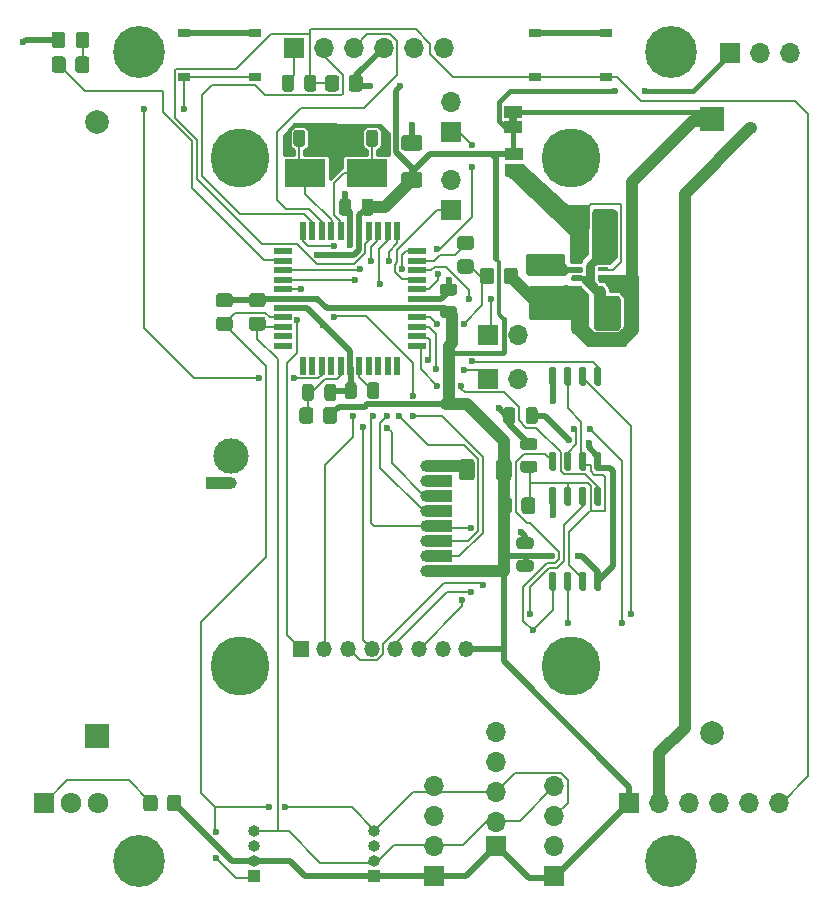
<source format=gbr>
G04 #@! TF.GenerationSoftware,KiCad,Pcbnew,5.1.12-84ad8e8a86~92~ubuntu18.04.1*
G04 #@! TF.CreationDate,2021-11-16T12:15:28+01:00*
G04 #@! TF.ProjectId,HB-UNI-SEN-BATT_ATMega1284P_E07-868MS10_FRAM_FUEL4EP,48422d55-4e49-42d5-9345-4e2d42415454,rev?*
G04 #@! TF.SameCoordinates,Original*
G04 #@! TF.FileFunction,Copper,L1,Top*
G04 #@! TF.FilePolarity,Positive*
%FSLAX46Y46*%
G04 Gerber Fmt 4.6, Leading zero omitted, Abs format (unit mm)*
G04 Created by KiCad (PCBNEW 5.1.12-84ad8e8a86~92~ubuntu18.04.1) date 2021-11-16 12:15:28*
%MOMM*%
%LPD*%
G01*
G04 APERTURE LIST*
G04 #@! TA.AperFunction,EtchedComponent*
%ADD10C,0.100000*%
G04 #@! TD*
G04 #@! TA.AperFunction,ComponentPad*
%ADD11O,1.700000X1.700000*%
G04 #@! TD*
G04 #@! TA.AperFunction,ComponentPad*
%ADD12R,1.700000X1.700000*%
G04 #@! TD*
G04 #@! TA.AperFunction,ComponentPad*
%ADD13O,1.000000X1.000000*%
G04 #@! TD*
G04 #@! TA.AperFunction,ComponentPad*
%ADD14R,1.000000X1.000000*%
G04 #@! TD*
G04 #@! TA.AperFunction,ComponentPad*
%ADD15O,1.717500X1.800000*%
G04 #@! TD*
G04 #@! TA.AperFunction,ComponentPad*
%ADD16R,1.717500X1.800000*%
G04 #@! TD*
G04 #@! TA.AperFunction,ComponentPad*
%ADD17C,5.000000*%
G04 #@! TD*
G04 #@! TA.AperFunction,SMDPad,CuDef*
%ADD18R,1.500000X1.000000*%
G04 #@! TD*
G04 #@! TA.AperFunction,SMDPad,CuDef*
%ADD19R,2.700000X1.400000*%
G04 #@! TD*
G04 #@! TA.AperFunction,SMDPad,CuDef*
%ADD20R,0.900000X0.400000*%
G04 #@! TD*
G04 #@! TA.AperFunction,ComponentPad*
%ADD21O,1.350000X1.350000*%
G04 #@! TD*
G04 #@! TA.AperFunction,ComponentPad*
%ADD22R,1.350000X1.350000*%
G04 #@! TD*
G04 #@! TA.AperFunction,SMDPad,CuDef*
%ADD23R,3.500000X2.400000*%
G04 #@! TD*
G04 #@! TA.AperFunction,ComponentPad*
%ADD24R,2.000000X2.000000*%
G04 #@! TD*
G04 #@! TA.AperFunction,ComponentPad*
%ADD25C,2.000000*%
G04 #@! TD*
G04 #@! TA.AperFunction,SMDPad,CuDef*
%ADD26R,1.000000X0.750000*%
G04 #@! TD*
G04 #@! TA.AperFunction,SMDPad,CuDef*
%ADD27R,1.500000X0.550000*%
G04 #@! TD*
G04 #@! TA.AperFunction,SMDPad,CuDef*
%ADD28R,0.550000X1.500000*%
G04 #@! TD*
G04 #@! TA.AperFunction,ComponentPad*
%ADD29C,3.000000*%
G04 #@! TD*
G04 #@! TA.AperFunction,SMDPad,CuDef*
%ADD30R,2.170000X1.000000*%
G04 #@! TD*
G04 #@! TA.AperFunction,ComponentPad*
%ADD31C,1.000000*%
G04 #@! TD*
G04 #@! TA.AperFunction,ComponentPad*
%ADD32C,0.700000*%
G04 #@! TD*
G04 #@! TA.AperFunction,ComponentPad*
%ADD33C,4.400000*%
G04 #@! TD*
G04 #@! TA.AperFunction,ViaPad*
%ADD34C,0.600000*%
G04 #@! TD*
G04 #@! TA.AperFunction,ViaPad*
%ADD35C,1.000000*%
G04 #@! TD*
G04 #@! TA.AperFunction,Conductor*
%ADD36C,0.500000*%
G04 #@! TD*
G04 #@! TA.AperFunction,Conductor*
%ADD37C,1.000000*%
G04 #@! TD*
G04 #@! TA.AperFunction,Conductor*
%ADD38C,0.400000*%
G04 #@! TD*
G04 #@! TA.AperFunction,Conductor*
%ADD39C,0.200000*%
G04 #@! TD*
G04 #@! TA.AperFunction,Conductor*
%ADD40C,0.370000*%
G04 #@! TD*
G04 #@! TA.AperFunction,Conductor*
%ADD41C,0.254000*%
G04 #@! TD*
G04 #@! TA.AperFunction,Conductor*
%ADD42C,0.100000*%
G04 #@! TD*
G04 APERTURE END LIST*
D10*
G36*
X147937500Y-86681500D02*
G01*
X147937500Y-87181500D01*
X147337500Y-87181500D01*
X147337500Y-86681500D01*
X147937500Y-86681500D01*
G37*
G04 #@! TA.AperFunction,SMDPad,CuDef*
G36*
G01*
X147820000Y-111539000D02*
X147820000Y-112489000D01*
G75*
G02*
X147570000Y-112739000I-250000J0D01*
G01*
X147070000Y-112739000D01*
G75*
G02*
X146820000Y-112489000I0J250000D01*
G01*
X146820000Y-111539000D01*
G75*
G02*
X147070000Y-111289000I250000J0D01*
G01*
X147570000Y-111289000D01*
G75*
G02*
X147820000Y-111539000I0J-250000D01*
G01*
G37*
G04 #@! TD.AperFunction*
G04 #@! TA.AperFunction,SMDPad,CuDef*
G36*
G01*
X149720000Y-111539000D02*
X149720000Y-112489000D01*
G75*
G02*
X149470000Y-112739000I-250000J0D01*
G01*
X148970000Y-112739000D01*
G75*
G02*
X148720000Y-112489000I0J250000D01*
G01*
X148720000Y-111539000D01*
G75*
G02*
X148970000Y-111289000I250000J0D01*
G01*
X149470000Y-111289000D01*
G75*
G02*
X149720000Y-111539000I0J-250000D01*
G01*
G37*
G04 #@! TD.AperFunction*
D11*
X146177000Y-138811000D03*
X146177000Y-141351000D03*
X146177000Y-143891000D03*
X146177000Y-146431000D03*
D12*
X146177000Y-148471000D03*
D13*
X135890000Y-147193000D03*
X135890000Y-148463000D03*
X135890000Y-149733000D03*
D14*
X135890000Y-151003000D03*
D13*
X125730000Y-147190000D03*
X125730000Y-148460000D03*
X125730000Y-149730000D03*
D14*
X125730000Y-151000000D03*
G04 #@! TA.AperFunction,SMDPad,CuDef*
G36*
G01*
X149128500Y-123311500D02*
X148178500Y-123311500D01*
G75*
G02*
X147928500Y-123061500I0J250000D01*
G01*
X147928500Y-122561500D01*
G75*
G02*
X148178500Y-122311500I250000J0D01*
G01*
X149128500Y-122311500D01*
G75*
G02*
X149378500Y-122561500I0J-250000D01*
G01*
X149378500Y-123061500D01*
G75*
G02*
X149128500Y-123311500I-250000J0D01*
G01*
G37*
G04 #@! TD.AperFunction*
G04 #@! TA.AperFunction,SMDPad,CuDef*
G36*
G01*
X149128500Y-125211500D02*
X148178500Y-125211500D01*
G75*
G02*
X147928500Y-124961500I0J250000D01*
G01*
X147928500Y-124461500D01*
G75*
G02*
X148178500Y-124211500I250000J0D01*
G01*
X149128500Y-124211500D01*
G75*
G02*
X149378500Y-124461500I0J-250000D01*
G01*
X149378500Y-124961500D01*
G75*
G02*
X149128500Y-125211500I-250000J0D01*
G01*
G37*
G04 #@! TD.AperFunction*
G04 #@! TA.AperFunction,SMDPad,CuDef*
G36*
G01*
X154663000Y-115068000D02*
X154963000Y-115068000D01*
G75*
G02*
X155113000Y-115218000I0J-150000D01*
G01*
X155113000Y-116518000D01*
G75*
G02*
X154963000Y-116668000I-150000J0D01*
G01*
X154663000Y-116668000D01*
G75*
G02*
X154513000Y-116518000I0J150000D01*
G01*
X154513000Y-115218000D01*
G75*
G02*
X154663000Y-115068000I150000J0D01*
G01*
G37*
G04 #@! TD.AperFunction*
G04 #@! TA.AperFunction,SMDPad,CuDef*
G36*
G01*
X153393000Y-115068000D02*
X153693000Y-115068000D01*
G75*
G02*
X153843000Y-115218000I0J-150000D01*
G01*
X153843000Y-116518000D01*
G75*
G02*
X153693000Y-116668000I-150000J0D01*
G01*
X153393000Y-116668000D01*
G75*
G02*
X153243000Y-116518000I0J150000D01*
G01*
X153243000Y-115218000D01*
G75*
G02*
X153393000Y-115068000I150000J0D01*
G01*
G37*
G04 #@! TD.AperFunction*
G04 #@! TA.AperFunction,SMDPad,CuDef*
G36*
G01*
X152123000Y-115068000D02*
X152423000Y-115068000D01*
G75*
G02*
X152573000Y-115218000I0J-150000D01*
G01*
X152573000Y-116518000D01*
G75*
G02*
X152423000Y-116668000I-150000J0D01*
G01*
X152123000Y-116668000D01*
G75*
G02*
X151973000Y-116518000I0J150000D01*
G01*
X151973000Y-115218000D01*
G75*
G02*
X152123000Y-115068000I150000J0D01*
G01*
G37*
G04 #@! TD.AperFunction*
G04 #@! TA.AperFunction,SMDPad,CuDef*
G36*
G01*
X150853000Y-115068000D02*
X151153000Y-115068000D01*
G75*
G02*
X151303000Y-115218000I0J-150000D01*
G01*
X151303000Y-116518000D01*
G75*
G02*
X151153000Y-116668000I-150000J0D01*
G01*
X150853000Y-116668000D01*
G75*
G02*
X150703000Y-116518000I0J150000D01*
G01*
X150703000Y-115218000D01*
G75*
G02*
X150853000Y-115068000I150000J0D01*
G01*
G37*
G04 #@! TD.AperFunction*
G04 #@! TA.AperFunction,SMDPad,CuDef*
G36*
G01*
X150853000Y-107868000D02*
X151153000Y-107868000D01*
G75*
G02*
X151303000Y-108018000I0J-150000D01*
G01*
X151303000Y-109318000D01*
G75*
G02*
X151153000Y-109468000I-150000J0D01*
G01*
X150853000Y-109468000D01*
G75*
G02*
X150703000Y-109318000I0J150000D01*
G01*
X150703000Y-108018000D01*
G75*
G02*
X150853000Y-107868000I150000J0D01*
G01*
G37*
G04 #@! TD.AperFunction*
G04 #@! TA.AperFunction,SMDPad,CuDef*
G36*
G01*
X152123000Y-107868000D02*
X152423000Y-107868000D01*
G75*
G02*
X152573000Y-108018000I0J-150000D01*
G01*
X152573000Y-109318000D01*
G75*
G02*
X152423000Y-109468000I-150000J0D01*
G01*
X152123000Y-109468000D01*
G75*
G02*
X151973000Y-109318000I0J150000D01*
G01*
X151973000Y-108018000D01*
G75*
G02*
X152123000Y-107868000I150000J0D01*
G01*
G37*
G04 #@! TD.AperFunction*
G04 #@! TA.AperFunction,SMDPad,CuDef*
G36*
G01*
X153393000Y-107868000D02*
X153693000Y-107868000D01*
G75*
G02*
X153843000Y-108018000I0J-150000D01*
G01*
X153843000Y-109318000D01*
G75*
G02*
X153693000Y-109468000I-150000J0D01*
G01*
X153393000Y-109468000D01*
G75*
G02*
X153243000Y-109318000I0J150000D01*
G01*
X153243000Y-108018000D01*
G75*
G02*
X153393000Y-107868000I150000J0D01*
G01*
G37*
G04 #@! TD.AperFunction*
G04 #@! TA.AperFunction,SMDPad,CuDef*
G36*
G01*
X154663000Y-107868000D02*
X154963000Y-107868000D01*
G75*
G02*
X155113000Y-108018000I0J-150000D01*
G01*
X155113000Y-109318000D01*
G75*
G02*
X154963000Y-109468000I-150000J0D01*
G01*
X154663000Y-109468000D01*
G75*
G02*
X154513000Y-109318000I0J150000D01*
G01*
X154513000Y-108018000D01*
G75*
G02*
X154663000Y-107868000I150000J0D01*
G01*
G37*
G04 #@! TD.AperFunction*
G04 #@! TA.AperFunction,SMDPad,CuDef*
G36*
G01*
X154663000Y-125228000D02*
X154963000Y-125228000D01*
G75*
G02*
X155113000Y-125378000I0J-150000D01*
G01*
X155113000Y-126678000D01*
G75*
G02*
X154963000Y-126828000I-150000J0D01*
G01*
X154663000Y-126828000D01*
G75*
G02*
X154513000Y-126678000I0J150000D01*
G01*
X154513000Y-125378000D01*
G75*
G02*
X154663000Y-125228000I150000J0D01*
G01*
G37*
G04 #@! TD.AperFunction*
G04 #@! TA.AperFunction,SMDPad,CuDef*
G36*
G01*
X153393000Y-125228000D02*
X153693000Y-125228000D01*
G75*
G02*
X153843000Y-125378000I0J-150000D01*
G01*
X153843000Y-126678000D01*
G75*
G02*
X153693000Y-126828000I-150000J0D01*
G01*
X153393000Y-126828000D01*
G75*
G02*
X153243000Y-126678000I0J150000D01*
G01*
X153243000Y-125378000D01*
G75*
G02*
X153393000Y-125228000I150000J0D01*
G01*
G37*
G04 #@! TD.AperFunction*
G04 #@! TA.AperFunction,SMDPad,CuDef*
G36*
G01*
X152123000Y-125228000D02*
X152423000Y-125228000D01*
G75*
G02*
X152573000Y-125378000I0J-150000D01*
G01*
X152573000Y-126678000D01*
G75*
G02*
X152423000Y-126828000I-150000J0D01*
G01*
X152123000Y-126828000D01*
G75*
G02*
X151973000Y-126678000I0J150000D01*
G01*
X151973000Y-125378000D01*
G75*
G02*
X152123000Y-125228000I150000J0D01*
G01*
G37*
G04 #@! TD.AperFunction*
G04 #@! TA.AperFunction,SMDPad,CuDef*
G36*
G01*
X150853000Y-125228000D02*
X151153000Y-125228000D01*
G75*
G02*
X151303000Y-125378000I0J-150000D01*
G01*
X151303000Y-126678000D01*
G75*
G02*
X151153000Y-126828000I-150000J0D01*
G01*
X150853000Y-126828000D01*
G75*
G02*
X150703000Y-126678000I0J150000D01*
G01*
X150703000Y-125378000D01*
G75*
G02*
X150853000Y-125228000I150000J0D01*
G01*
G37*
G04 #@! TD.AperFunction*
G04 #@! TA.AperFunction,SMDPad,CuDef*
G36*
G01*
X150853000Y-118028000D02*
X151153000Y-118028000D01*
G75*
G02*
X151303000Y-118178000I0J-150000D01*
G01*
X151303000Y-119478000D01*
G75*
G02*
X151153000Y-119628000I-150000J0D01*
G01*
X150853000Y-119628000D01*
G75*
G02*
X150703000Y-119478000I0J150000D01*
G01*
X150703000Y-118178000D01*
G75*
G02*
X150853000Y-118028000I150000J0D01*
G01*
G37*
G04 #@! TD.AperFunction*
G04 #@! TA.AperFunction,SMDPad,CuDef*
G36*
G01*
X152123000Y-118028000D02*
X152423000Y-118028000D01*
G75*
G02*
X152573000Y-118178000I0J-150000D01*
G01*
X152573000Y-119478000D01*
G75*
G02*
X152423000Y-119628000I-150000J0D01*
G01*
X152123000Y-119628000D01*
G75*
G02*
X151973000Y-119478000I0J150000D01*
G01*
X151973000Y-118178000D01*
G75*
G02*
X152123000Y-118028000I150000J0D01*
G01*
G37*
G04 #@! TD.AperFunction*
G04 #@! TA.AperFunction,SMDPad,CuDef*
G36*
G01*
X153393000Y-118028000D02*
X153693000Y-118028000D01*
G75*
G02*
X153843000Y-118178000I0J-150000D01*
G01*
X153843000Y-119478000D01*
G75*
G02*
X153693000Y-119628000I-150000J0D01*
G01*
X153393000Y-119628000D01*
G75*
G02*
X153243000Y-119478000I0J150000D01*
G01*
X153243000Y-118178000D01*
G75*
G02*
X153393000Y-118028000I150000J0D01*
G01*
G37*
G04 #@! TD.AperFunction*
G04 #@! TA.AperFunction,SMDPad,CuDef*
G36*
G01*
X154663000Y-118028000D02*
X154963000Y-118028000D01*
G75*
G02*
X155113000Y-118178000I0J-150000D01*
G01*
X155113000Y-119478000D01*
G75*
G02*
X154963000Y-119628000I-150000J0D01*
G01*
X154663000Y-119628000D01*
G75*
G02*
X154513000Y-119478000I0J150000D01*
G01*
X154513000Y-118178000D01*
G75*
G02*
X154663000Y-118028000I150000J0D01*
G01*
G37*
G04 #@! TD.AperFunction*
G04 #@! TA.AperFunction,SMDPad,CuDef*
G36*
G01*
X154501000Y-95679280D02*
X154501000Y-94729280D01*
G75*
G02*
X154751000Y-94479280I250000J0D01*
G01*
X155251000Y-94479280D01*
G75*
G02*
X155501000Y-94729280I0J-250000D01*
G01*
X155501000Y-95679280D01*
G75*
G02*
X155251000Y-95929280I-250000J0D01*
G01*
X154751000Y-95929280D01*
G75*
G02*
X154501000Y-95679280I0J250000D01*
G01*
G37*
G04 #@! TD.AperFunction*
G04 #@! TA.AperFunction,SMDPad,CuDef*
G36*
G01*
X152601000Y-95679280D02*
X152601000Y-94729280D01*
G75*
G02*
X152851000Y-94479280I250000J0D01*
G01*
X153351000Y-94479280D01*
G75*
G02*
X153601000Y-94729280I0J-250000D01*
G01*
X153601000Y-95679280D01*
G75*
G02*
X153351000Y-95929280I-250000J0D01*
G01*
X152851000Y-95929280D01*
G75*
G02*
X152601000Y-95679280I0J250000D01*
G01*
G37*
G04 #@! TD.AperFunction*
G04 #@! TA.AperFunction,SMDPad,CuDef*
G36*
G01*
X149446000Y-114929500D02*
X148496000Y-114929500D01*
G75*
G02*
X148246000Y-114679500I0J250000D01*
G01*
X148246000Y-114179500D01*
G75*
G02*
X148496000Y-113929500I250000J0D01*
G01*
X149446000Y-113929500D01*
G75*
G02*
X149696000Y-114179500I0J-250000D01*
G01*
X149696000Y-114679500D01*
G75*
G02*
X149446000Y-114929500I-250000J0D01*
G01*
G37*
G04 #@! TD.AperFunction*
G04 #@! TA.AperFunction,SMDPad,CuDef*
G36*
G01*
X149446000Y-116829500D02*
X148496000Y-116829500D01*
G75*
G02*
X148246000Y-116579500I0J250000D01*
G01*
X148246000Y-116079500D01*
G75*
G02*
X148496000Y-115829500I250000J0D01*
G01*
X149446000Y-115829500D01*
G75*
G02*
X149696000Y-116079500I0J-250000D01*
G01*
X149696000Y-116579500D01*
G75*
G02*
X149446000Y-116829500I-250000J0D01*
G01*
G37*
G04 #@! TD.AperFunction*
G04 #@! TA.AperFunction,SMDPad,CuDef*
G36*
G01*
X147539000Y-119183999D02*
X147539000Y-120084001D01*
G75*
G02*
X147289001Y-120334000I-249999J0D01*
G01*
X146588999Y-120334000D01*
G75*
G02*
X146339000Y-120084001I0J249999D01*
G01*
X146339000Y-119183999D01*
G75*
G02*
X146588999Y-118934000I249999J0D01*
G01*
X147289001Y-118934000D01*
G75*
G02*
X147539000Y-119183999I0J-249999D01*
G01*
G37*
G04 #@! TD.AperFunction*
G04 #@! TA.AperFunction,SMDPad,CuDef*
G36*
G01*
X149539000Y-119183999D02*
X149539000Y-120084001D01*
G75*
G02*
X149289001Y-120334000I-249999J0D01*
G01*
X148588999Y-120334000D01*
G75*
G02*
X148339000Y-120084001I0J249999D01*
G01*
X148339000Y-119183999D01*
G75*
G02*
X148588999Y-118934000I249999J0D01*
G01*
X149289001Y-118934000D01*
G75*
G02*
X149539000Y-119183999I0J-249999D01*
G01*
G37*
G04 #@! TD.AperFunction*
D15*
X112530000Y-144780000D03*
X110240000Y-144780000D03*
D16*
X107950000Y-144780000D03*
D17*
X152510800Y-133200000D03*
X152510800Y-90200000D03*
X124510800Y-133200000D03*
X124510800Y-90200000D03*
D11*
X148082000Y-105219500D03*
D12*
X145542000Y-105219500D03*
D11*
X151130000Y-143380000D03*
X151130000Y-145920000D03*
X151130000Y-148460000D03*
D12*
X151130000Y-151000000D03*
D11*
X142400000Y-92075000D03*
D12*
X142400000Y-94615000D03*
D11*
X142400000Y-85471000D03*
D12*
X142400000Y-88011000D03*
D11*
X171069000Y-81343500D03*
X168529000Y-81343500D03*
D12*
X165989000Y-81343500D03*
D18*
X147688300Y-91188300D03*
X147688300Y-89888300D03*
D19*
X150338120Y-99207200D03*
X150338120Y-101807200D03*
D20*
X153014500Y-100281500D03*
X153014500Y-98981500D03*
X155214500Y-99631500D03*
X153014500Y-99631500D03*
X155214500Y-98981500D03*
X155214500Y-100281500D03*
G04 #@! TA.AperFunction,SMDPad,CuDef*
G36*
G01*
X154501000Y-97685880D02*
X154501000Y-96735880D01*
G75*
G02*
X154751000Y-96485880I250000J0D01*
G01*
X155251000Y-96485880D01*
G75*
G02*
X155501000Y-96735880I0J-250000D01*
G01*
X155501000Y-97685880D01*
G75*
G02*
X155251000Y-97935880I-250000J0D01*
G01*
X154751000Y-97935880D01*
G75*
G02*
X154501000Y-97685880I0J250000D01*
G01*
G37*
G04 #@! TD.AperFunction*
G04 #@! TA.AperFunction,SMDPad,CuDef*
G36*
G01*
X152601000Y-97685880D02*
X152601000Y-96735880D01*
G75*
G02*
X152851000Y-96485880I250000J0D01*
G01*
X153351000Y-96485880D01*
G75*
G02*
X153601000Y-96735880I0J-250000D01*
G01*
X153601000Y-97685880D01*
G75*
G02*
X153351000Y-97935880I-250000J0D01*
G01*
X152851000Y-97935880D01*
G75*
G02*
X152601000Y-97685880I0J250000D01*
G01*
G37*
G04 #@! TD.AperFunction*
G04 #@! TA.AperFunction,SMDPad,CuDef*
G36*
G01*
X154480680Y-104528640D02*
X154480680Y-103578640D01*
G75*
G02*
X154730680Y-103328640I250000J0D01*
G01*
X155230680Y-103328640D01*
G75*
G02*
X155480680Y-103578640I0J-250000D01*
G01*
X155480680Y-104528640D01*
G75*
G02*
X155230680Y-104778640I-250000J0D01*
G01*
X154730680Y-104778640D01*
G75*
G02*
X154480680Y-104528640I0J250000D01*
G01*
G37*
G04 #@! TD.AperFunction*
G04 #@! TA.AperFunction,SMDPad,CuDef*
G36*
G01*
X152580680Y-104528640D02*
X152580680Y-103578640D01*
G75*
G02*
X152830680Y-103328640I250000J0D01*
G01*
X153330680Y-103328640D01*
G75*
G02*
X153580680Y-103578640I0J-250000D01*
G01*
X153580680Y-104528640D01*
G75*
G02*
X153330680Y-104778640I-250000J0D01*
G01*
X152830680Y-104778640D01*
G75*
G02*
X152580680Y-104528640I0J250000D01*
G01*
G37*
G04 #@! TD.AperFunction*
G04 #@! TA.AperFunction,SMDPad,CuDef*
G36*
G01*
X154480680Y-102532200D02*
X154480680Y-101582200D01*
G75*
G02*
X154730680Y-101332200I250000J0D01*
G01*
X155230680Y-101332200D01*
G75*
G02*
X155480680Y-101582200I0J-250000D01*
G01*
X155480680Y-102532200D01*
G75*
G02*
X155230680Y-102782200I-250000J0D01*
G01*
X154730680Y-102782200D01*
G75*
G02*
X154480680Y-102532200I0J250000D01*
G01*
G37*
G04 #@! TD.AperFunction*
G04 #@! TA.AperFunction,SMDPad,CuDef*
G36*
G01*
X152580680Y-102532200D02*
X152580680Y-101582200D01*
G75*
G02*
X152830680Y-101332200I250000J0D01*
G01*
X153330680Y-101332200D01*
G75*
G02*
X153580680Y-101582200I0J-250000D01*
G01*
X153580680Y-102532200D01*
G75*
G02*
X153330680Y-102782200I-250000J0D01*
G01*
X152830680Y-102782200D01*
G75*
G02*
X152580680Y-102532200I0J250000D01*
G01*
G37*
G04 #@! TD.AperFunction*
G04 #@! TA.AperFunction,SMDPad,CuDef*
G36*
G01*
X146036080Y-99737759D02*
X146036080Y-100637761D01*
G75*
G02*
X145786081Y-100887760I-249999J0D01*
G01*
X145086079Y-100887760D01*
G75*
G02*
X144836080Y-100637761I0J249999D01*
G01*
X144836080Y-99737759D01*
G75*
G02*
X145086079Y-99487760I249999J0D01*
G01*
X145786081Y-99487760D01*
G75*
G02*
X146036080Y-99737759I0J-249999D01*
G01*
G37*
G04 #@! TD.AperFunction*
G04 #@! TA.AperFunction,SMDPad,CuDef*
G36*
G01*
X148036080Y-99737759D02*
X148036080Y-100637761D01*
G75*
G02*
X147786081Y-100887760I-249999J0D01*
G01*
X147086079Y-100887760D01*
G75*
G02*
X146836080Y-100637761I0J249999D01*
G01*
X146836080Y-99737759D01*
G75*
G02*
X147086079Y-99487760I249999J0D01*
G01*
X147786081Y-99487760D01*
G75*
G02*
X148036080Y-99737759I0J-249999D01*
G01*
G37*
G04 #@! TD.AperFunction*
G04 #@! TA.AperFunction,SMDPad,CuDef*
G36*
G01*
X144066681Y-97984360D02*
X143166679Y-97984360D01*
G75*
G02*
X142916680Y-97734361I0J249999D01*
G01*
X142916680Y-97034359D01*
G75*
G02*
X143166679Y-96784360I249999J0D01*
G01*
X144066681Y-96784360D01*
G75*
G02*
X144316680Y-97034359I0J-249999D01*
G01*
X144316680Y-97734361D01*
G75*
G02*
X144066681Y-97984360I-249999J0D01*
G01*
G37*
G04 #@! TD.AperFunction*
G04 #@! TA.AperFunction,SMDPad,CuDef*
G36*
G01*
X144066681Y-99984360D02*
X143166679Y-99984360D01*
G75*
G02*
X142916680Y-99734361I0J249999D01*
G01*
X142916680Y-99034359D01*
G75*
G02*
X143166679Y-98784360I249999J0D01*
G01*
X144066681Y-98784360D01*
G75*
G02*
X144316680Y-99034359I0J-249999D01*
G01*
X144316680Y-99734361D01*
G75*
G02*
X144066681Y-99984360I-249999J0D01*
G01*
G37*
G04 #@! TD.AperFunction*
D21*
X143667000Y-131750000D03*
X141667000Y-131750000D03*
X139667000Y-131750000D03*
X137667000Y-131750000D03*
X135667000Y-131750000D03*
X133667000Y-131750000D03*
X131667000Y-131750000D03*
D22*
X129667000Y-131750000D03*
D23*
X135251500Y-91440000D03*
X130051500Y-91440000D03*
D24*
X112420000Y-139100000D03*
D25*
X112420000Y-87110000D03*
D24*
X164490000Y-86860000D03*
D25*
X164490000Y-138850000D03*
D26*
X155500000Y-83375000D03*
X149500000Y-83375000D03*
X155500000Y-79625000D03*
X149500000Y-79625000D03*
X119800000Y-79625000D03*
X125800000Y-79625000D03*
X119800000Y-83375000D03*
X125800000Y-83375000D03*
G04 #@! TA.AperFunction,SMDPad,CuDef*
G36*
G01*
X139715001Y-89575200D02*
X138414999Y-89575200D01*
G75*
G02*
X138165000Y-89325201I0J249999D01*
G01*
X138165000Y-88500199D01*
G75*
G02*
X138414999Y-88250200I249999J0D01*
G01*
X139715001Y-88250200D01*
G75*
G02*
X139965000Y-88500199I0J-249999D01*
G01*
X139965000Y-89325201D01*
G75*
G02*
X139715001Y-89575200I-249999J0D01*
G01*
G37*
G04 #@! TD.AperFunction*
G04 #@! TA.AperFunction,SMDPad,CuDef*
G36*
G01*
X139715001Y-92700200D02*
X138414999Y-92700200D01*
G75*
G02*
X138165000Y-92450201I0J249999D01*
G01*
X138165000Y-91625199D01*
G75*
G02*
X138414999Y-91375200I249999J0D01*
G01*
X139715001Y-91375200D01*
G75*
G02*
X139965000Y-91625199I0J-249999D01*
G01*
X139965000Y-92450201D01*
G75*
G02*
X139715001Y-92700200I-249999J0D01*
G01*
G37*
G04 #@! TD.AperFunction*
G04 #@! TA.AperFunction,SMDPad,CuDef*
G36*
G01*
X144388000Y-115935999D02*
X144388000Y-117236001D01*
G75*
G02*
X144138001Y-117486000I-249999J0D01*
G01*
X143312999Y-117486000D01*
G75*
G02*
X143063000Y-117236001I0J249999D01*
G01*
X143063000Y-115935999D01*
G75*
G02*
X143312999Y-115686000I249999J0D01*
G01*
X144138001Y-115686000D01*
G75*
G02*
X144388000Y-115935999I0J-249999D01*
G01*
G37*
G04 #@! TD.AperFunction*
G04 #@! TA.AperFunction,SMDPad,CuDef*
G36*
G01*
X147513000Y-115935999D02*
X147513000Y-117236001D01*
G75*
G02*
X147263001Y-117486000I-249999J0D01*
G01*
X146437999Y-117486000D01*
G75*
G02*
X146188000Y-117236001I0J249999D01*
G01*
X146188000Y-115935999D01*
G75*
G02*
X146437999Y-115686000I249999J0D01*
G01*
X147263001Y-115686000D01*
G75*
G02*
X147513000Y-115935999I0J-249999D01*
G01*
G37*
G04 #@! TD.AperFunction*
D27*
X139532600Y-98095300D03*
X139532600Y-98895300D03*
X139532600Y-99695300D03*
X139532600Y-100495300D03*
X139532600Y-101295300D03*
X139532600Y-102095300D03*
X139532600Y-102895300D03*
X139532600Y-103695300D03*
X139532600Y-104495300D03*
X139532600Y-105295300D03*
X139532600Y-106095300D03*
D28*
X137832600Y-107795300D03*
X137032600Y-107795300D03*
X136232600Y-107795300D03*
X135432600Y-107795300D03*
X134632600Y-107795300D03*
X133832600Y-107795300D03*
X133032600Y-107795300D03*
X132232600Y-107795300D03*
X131432600Y-107795300D03*
X130632600Y-107795300D03*
X129832600Y-107795300D03*
D27*
X128132600Y-106095300D03*
X128132600Y-105295300D03*
X128132600Y-104495300D03*
X128132600Y-103695300D03*
X128132600Y-102895300D03*
X128132600Y-102095300D03*
X128132600Y-101295300D03*
X128132600Y-100495300D03*
X128132600Y-99695300D03*
X128132600Y-98895300D03*
X128132600Y-98095300D03*
D28*
X129832600Y-96395300D03*
X130632600Y-96395300D03*
X131432600Y-96395300D03*
X132232600Y-96395300D03*
X133032600Y-96395300D03*
X133832600Y-96395300D03*
X134632600Y-96395300D03*
X135432600Y-96395300D03*
X136232600Y-96395300D03*
X137032600Y-96395300D03*
X137832600Y-96395300D03*
G04 #@! TA.AperFunction,SMDPad,CuDef*
G36*
G01*
X130743500Y-111549999D02*
X130743500Y-112450001D01*
G75*
G02*
X130493501Y-112700000I-249999J0D01*
G01*
X129793499Y-112700000D01*
G75*
G02*
X129543500Y-112450001I0J249999D01*
G01*
X129543500Y-111549999D01*
G75*
G02*
X129793499Y-111300000I249999J0D01*
G01*
X130493501Y-111300000D01*
G75*
G02*
X130743500Y-111549999I0J-249999D01*
G01*
G37*
G04 #@! TD.AperFunction*
G04 #@! TA.AperFunction,SMDPad,CuDef*
G36*
G01*
X132743500Y-111549999D02*
X132743500Y-112450001D01*
G75*
G02*
X132493501Y-112700000I-249999J0D01*
G01*
X131793499Y-112700000D01*
G75*
G02*
X131543500Y-112450001I0J249999D01*
G01*
X131543500Y-111549999D01*
G75*
G02*
X131793499Y-111300000I249999J0D01*
G01*
X132493501Y-111300000D01*
G75*
G02*
X132743500Y-111549999I0J-249999D01*
G01*
G37*
G04 #@! TD.AperFunction*
G04 #@! TA.AperFunction,SMDPad,CuDef*
G36*
G01*
X125533999Y-103635000D02*
X126434001Y-103635000D01*
G75*
G02*
X126684000Y-103884999I0J-249999D01*
G01*
X126684000Y-104585001D01*
G75*
G02*
X126434001Y-104835000I-249999J0D01*
G01*
X125533999Y-104835000D01*
G75*
G02*
X125284000Y-104585001I0J249999D01*
G01*
X125284000Y-103884999D01*
G75*
G02*
X125533999Y-103635000I249999J0D01*
G01*
G37*
G04 #@! TD.AperFunction*
G04 #@! TA.AperFunction,SMDPad,CuDef*
G36*
G01*
X125533999Y-101635000D02*
X126434001Y-101635000D01*
G75*
G02*
X126684000Y-101884999I0J-249999D01*
G01*
X126684000Y-102585001D01*
G75*
G02*
X126434001Y-102835000I-249999J0D01*
G01*
X125533999Y-102835000D01*
G75*
G02*
X125284000Y-102585001I0J249999D01*
G01*
X125284000Y-101884999D01*
G75*
G02*
X125533999Y-101635000I249999J0D01*
G01*
G37*
G04 #@! TD.AperFunction*
G04 #@! TA.AperFunction,SMDPad,CuDef*
G36*
G01*
X122739999Y-103651000D02*
X123640001Y-103651000D01*
G75*
G02*
X123890000Y-103900999I0J-249999D01*
G01*
X123890000Y-104601001D01*
G75*
G02*
X123640001Y-104851000I-249999J0D01*
G01*
X122739999Y-104851000D01*
G75*
G02*
X122490000Y-104601001I0J249999D01*
G01*
X122490000Y-103900999D01*
G75*
G02*
X122739999Y-103651000I249999J0D01*
G01*
G37*
G04 #@! TD.AperFunction*
G04 #@! TA.AperFunction,SMDPad,CuDef*
G36*
G01*
X122739999Y-101651000D02*
X123640001Y-101651000D01*
G75*
G02*
X123890000Y-101900999I0J-249999D01*
G01*
X123890000Y-102601001D01*
G75*
G02*
X123640001Y-102851000I-249999J0D01*
G01*
X122739999Y-102851000D01*
G75*
G02*
X122490000Y-102601001I0J249999D01*
G01*
X122490000Y-101900999D01*
G75*
G02*
X122739999Y-101651000I249999J0D01*
G01*
G37*
G04 #@! TD.AperFunction*
G04 #@! TA.AperFunction,SMDPad,CuDef*
G36*
G01*
X117541600Y-144368099D02*
X117541600Y-145268101D01*
G75*
G02*
X117291601Y-145518100I-249999J0D01*
G01*
X116591599Y-145518100D01*
G75*
G02*
X116341600Y-145268101I0J249999D01*
G01*
X116341600Y-144368099D01*
G75*
G02*
X116591599Y-144118100I249999J0D01*
G01*
X117291601Y-144118100D01*
G75*
G02*
X117541600Y-144368099I0J-249999D01*
G01*
G37*
G04 #@! TD.AperFunction*
G04 #@! TA.AperFunction,SMDPad,CuDef*
G36*
G01*
X119541600Y-144368099D02*
X119541600Y-145268101D01*
G75*
G02*
X119291601Y-145518100I-249999J0D01*
G01*
X118591599Y-145518100D01*
G75*
G02*
X118341600Y-145268101I0J249999D01*
G01*
X118341600Y-144368099D01*
G75*
G02*
X118591599Y-144118100I249999J0D01*
G01*
X119291601Y-144118100D01*
G75*
G02*
X119541600Y-144368099I0J-249999D01*
G01*
G37*
G04 #@! TD.AperFunction*
G04 #@! TA.AperFunction,SMDPad,CuDef*
G36*
G01*
X132915200Y-83420799D02*
X132915200Y-84320801D01*
G75*
G02*
X132665201Y-84570800I-249999J0D01*
G01*
X131965199Y-84570800D01*
G75*
G02*
X131715200Y-84320801I0J249999D01*
G01*
X131715200Y-83420799D01*
G75*
G02*
X131965199Y-83170800I249999J0D01*
G01*
X132665201Y-83170800D01*
G75*
G02*
X132915200Y-83420799I0J-249999D01*
G01*
G37*
G04 #@! TD.AperFunction*
G04 #@! TA.AperFunction,SMDPad,CuDef*
G36*
G01*
X134915200Y-83420799D02*
X134915200Y-84320801D01*
G75*
G02*
X134665201Y-84570800I-249999J0D01*
G01*
X133965199Y-84570800D01*
G75*
G02*
X133715200Y-84320801I0J249999D01*
G01*
X133715200Y-83420799D01*
G75*
G02*
X133965199Y-83170800I249999J0D01*
G01*
X134665201Y-83170800D01*
G75*
G02*
X134915200Y-83420799I0J-249999D01*
G01*
G37*
G04 #@! TD.AperFunction*
G04 #@! TA.AperFunction,SMDPad,CuDef*
G36*
G01*
X110572500Y-82746001D02*
X110572500Y-81845999D01*
G75*
G02*
X110822499Y-81596000I249999J0D01*
G01*
X111522501Y-81596000D01*
G75*
G02*
X111772500Y-81845999I0J-249999D01*
G01*
X111772500Y-82746001D01*
G75*
G02*
X111522501Y-82996000I-249999J0D01*
G01*
X110822499Y-82996000D01*
G75*
G02*
X110572500Y-82746001I0J249999D01*
G01*
G37*
G04 #@! TD.AperFunction*
G04 #@! TA.AperFunction,SMDPad,CuDef*
G36*
G01*
X108572500Y-82746001D02*
X108572500Y-81845999D01*
G75*
G02*
X108822499Y-81596000I249999J0D01*
G01*
X109522501Y-81596000D01*
G75*
G02*
X109772500Y-81845999I0J-249999D01*
G01*
X109772500Y-82746001D01*
G75*
G02*
X109522501Y-82996000I-249999J0D01*
G01*
X108822499Y-82996000D01*
G75*
G02*
X108572500Y-82746001I0J249999D01*
G01*
G37*
G04 #@! TD.AperFunction*
D11*
X141770100Y-80860900D03*
X139230100Y-80860900D03*
X136690100Y-80860900D03*
X134150100Y-80860900D03*
X131610100Y-80860900D03*
D12*
X129070100Y-80860900D03*
G04 #@! TA.AperFunction,SMDPad,CuDef*
G36*
G01*
X110613500Y-80650501D02*
X110613500Y-79750499D01*
G75*
G02*
X110863499Y-79500500I249999J0D01*
G01*
X111513501Y-79500500D01*
G75*
G02*
X111763500Y-79750499I0J-249999D01*
G01*
X111763500Y-80650501D01*
G75*
G02*
X111513501Y-80900500I-249999J0D01*
G01*
X110863499Y-80900500D01*
G75*
G02*
X110613500Y-80650501I0J249999D01*
G01*
G37*
G04 #@! TD.AperFunction*
G04 #@! TA.AperFunction,SMDPad,CuDef*
G36*
G01*
X108563500Y-80650501D02*
X108563500Y-79750499D01*
G75*
G02*
X108813499Y-79500500I249999J0D01*
G01*
X109463501Y-79500500D01*
G75*
G02*
X109713500Y-79750499I0J-249999D01*
G01*
X109713500Y-80650501D01*
G75*
G02*
X109463501Y-80900500I-249999J0D01*
G01*
X108813499Y-80900500D01*
G75*
G02*
X108563500Y-80650501I0J249999D01*
G01*
G37*
G04 #@! TD.AperFunction*
G04 #@! TA.AperFunction,SMDPad,CuDef*
G36*
G01*
X129074800Y-83395800D02*
X129074800Y-84345800D01*
G75*
G02*
X128824800Y-84595800I-250000J0D01*
G01*
X128324800Y-84595800D01*
G75*
G02*
X128074800Y-84345800I0J250000D01*
G01*
X128074800Y-83395800D01*
G75*
G02*
X128324800Y-83145800I250000J0D01*
G01*
X128824800Y-83145800D01*
G75*
G02*
X129074800Y-83395800I0J-250000D01*
G01*
G37*
G04 #@! TD.AperFunction*
G04 #@! TA.AperFunction,SMDPad,CuDef*
G36*
G01*
X130974800Y-83395800D02*
X130974800Y-84345800D01*
G75*
G02*
X130724800Y-84595800I-250000J0D01*
G01*
X130224800Y-84595800D01*
G75*
G02*
X129974800Y-84345800I0J250000D01*
G01*
X129974800Y-83395800D01*
G75*
G02*
X130224800Y-83145800I250000J0D01*
G01*
X130724800Y-83145800D01*
G75*
G02*
X130974800Y-83395800I0J-250000D01*
G01*
G37*
G04 #@! TD.AperFunction*
G04 #@! TA.AperFunction,SMDPad,CuDef*
G36*
G01*
X134401100Y-109418100D02*
X134401100Y-110368100D01*
G75*
G02*
X134151100Y-110618100I-250000J0D01*
G01*
X133651100Y-110618100D01*
G75*
G02*
X133401100Y-110368100I0J250000D01*
G01*
X133401100Y-109418100D01*
G75*
G02*
X133651100Y-109168100I250000J0D01*
G01*
X134151100Y-109168100D01*
G75*
G02*
X134401100Y-109418100I0J-250000D01*
G01*
G37*
G04 #@! TD.AperFunction*
G04 #@! TA.AperFunction,SMDPad,CuDef*
G36*
G01*
X136301100Y-109418100D02*
X136301100Y-110368100D01*
G75*
G02*
X136051100Y-110618100I-250000J0D01*
G01*
X135551100Y-110618100D01*
G75*
G02*
X135301100Y-110368100I0J250000D01*
G01*
X135301100Y-109418100D01*
G75*
G02*
X135551100Y-109168100I250000J0D01*
G01*
X136051100Y-109168100D01*
G75*
G02*
X136301100Y-109418100I0J-250000D01*
G01*
G37*
G04 #@! TD.AperFunction*
G04 #@! TA.AperFunction,SMDPad,CuDef*
G36*
G01*
X134297000Y-88044000D02*
X134297000Y-88994000D01*
G75*
G02*
X134047000Y-89244000I-250000J0D01*
G01*
X133547000Y-89244000D01*
G75*
G02*
X133297000Y-88994000I0J250000D01*
G01*
X133297000Y-88044000D01*
G75*
G02*
X133547000Y-87794000I250000J0D01*
G01*
X134047000Y-87794000D01*
G75*
G02*
X134297000Y-88044000I0J-250000D01*
G01*
G37*
G04 #@! TD.AperFunction*
G04 #@! TA.AperFunction,SMDPad,CuDef*
G36*
G01*
X136197000Y-88044000D02*
X136197000Y-88994000D01*
G75*
G02*
X135947000Y-89244000I-250000J0D01*
G01*
X135447000Y-89244000D01*
G75*
G02*
X135197000Y-88994000I0J250000D01*
G01*
X135197000Y-88044000D01*
G75*
G02*
X135447000Y-87794000I250000J0D01*
G01*
X135947000Y-87794000D01*
G75*
G02*
X136197000Y-88044000I0J-250000D01*
G01*
G37*
G04 #@! TD.AperFunction*
G04 #@! TA.AperFunction,SMDPad,CuDef*
G36*
G01*
X130942500Y-88994000D02*
X130942500Y-88044000D01*
G75*
G02*
X131192500Y-87794000I250000J0D01*
G01*
X131692500Y-87794000D01*
G75*
G02*
X131942500Y-88044000I0J-250000D01*
G01*
X131942500Y-88994000D01*
G75*
G02*
X131692500Y-89244000I-250000J0D01*
G01*
X131192500Y-89244000D01*
G75*
G02*
X130942500Y-88994000I0J250000D01*
G01*
G37*
G04 #@! TD.AperFunction*
G04 #@! TA.AperFunction,SMDPad,CuDef*
G36*
G01*
X129042500Y-88994000D02*
X129042500Y-88044000D01*
G75*
G02*
X129292500Y-87794000I250000J0D01*
G01*
X129792500Y-87794000D01*
G75*
G02*
X130042500Y-88044000I0J-250000D01*
G01*
X130042500Y-88994000D01*
G75*
G02*
X129792500Y-89244000I-250000J0D01*
G01*
X129292500Y-89244000D01*
G75*
G02*
X129042500Y-88994000I0J250000D01*
G01*
G37*
G04 #@! TD.AperFunction*
G04 #@! TA.AperFunction,SMDPad,CuDef*
G36*
G01*
X133916000Y-93886000D02*
X133916000Y-94836000D01*
G75*
G02*
X133666000Y-95086000I-250000J0D01*
G01*
X133166000Y-95086000D01*
G75*
G02*
X132916000Y-94836000I0J250000D01*
G01*
X132916000Y-93886000D01*
G75*
G02*
X133166000Y-93636000I250000J0D01*
G01*
X133666000Y-93636000D01*
G75*
G02*
X133916000Y-93886000I0J-250000D01*
G01*
G37*
G04 #@! TD.AperFunction*
G04 #@! TA.AperFunction,SMDPad,CuDef*
G36*
G01*
X135816000Y-93886000D02*
X135816000Y-94836000D01*
G75*
G02*
X135566000Y-95086000I-250000J0D01*
G01*
X135066000Y-95086000D01*
G75*
G02*
X134816000Y-94836000I0J250000D01*
G01*
X134816000Y-93886000D01*
G75*
G02*
X135066000Y-93636000I250000J0D01*
G01*
X135566000Y-93636000D01*
G75*
G02*
X135816000Y-93886000I0J-250000D01*
G01*
G37*
G04 #@! TD.AperFunction*
G04 #@! TA.AperFunction,SMDPad,CuDef*
G36*
G01*
X142651500Y-101848500D02*
X141701500Y-101848500D01*
G75*
G02*
X141451500Y-101598500I0J250000D01*
G01*
X141451500Y-101098500D01*
G75*
G02*
X141701500Y-100848500I250000J0D01*
G01*
X142651500Y-100848500D01*
G75*
G02*
X142901500Y-101098500I0J-250000D01*
G01*
X142901500Y-101598500D01*
G75*
G02*
X142651500Y-101848500I-250000J0D01*
G01*
G37*
G04 #@! TD.AperFunction*
G04 #@! TA.AperFunction,SMDPad,CuDef*
G36*
G01*
X142651500Y-103748500D02*
X141701500Y-103748500D01*
G75*
G02*
X141451500Y-103498500I0J250000D01*
G01*
X141451500Y-102998500D01*
G75*
G02*
X141701500Y-102748500I250000J0D01*
G01*
X142651500Y-102748500D01*
G75*
G02*
X142901500Y-102998500I0J-250000D01*
G01*
X142901500Y-103498500D01*
G75*
G02*
X142651500Y-103748500I-250000J0D01*
G01*
G37*
G04 #@! TD.AperFunction*
G04 #@! TA.AperFunction,SMDPad,CuDef*
G36*
G01*
X130768900Y-109575000D02*
X130768900Y-110525000D01*
G75*
G02*
X130518900Y-110775000I-250000J0D01*
G01*
X130018900Y-110775000D01*
G75*
G02*
X129768900Y-110525000I0J250000D01*
G01*
X129768900Y-109575000D01*
G75*
G02*
X130018900Y-109325000I250000J0D01*
G01*
X130518900Y-109325000D01*
G75*
G02*
X130768900Y-109575000I0J-250000D01*
G01*
G37*
G04 #@! TD.AperFunction*
G04 #@! TA.AperFunction,SMDPad,CuDef*
G36*
G01*
X132668900Y-109575000D02*
X132668900Y-110525000D01*
G75*
G02*
X132418900Y-110775000I-250000J0D01*
G01*
X131918900Y-110775000D01*
G75*
G02*
X131668900Y-110525000I0J250000D01*
G01*
X131668900Y-109575000D01*
G75*
G02*
X131918900Y-109325000I250000J0D01*
G01*
X132418900Y-109325000D01*
G75*
G02*
X132668900Y-109575000I0J-250000D01*
G01*
G37*
G04 #@! TD.AperFunction*
D29*
X123800000Y-115470000D03*
D30*
X122715000Y-117750000D03*
D31*
X123800000Y-117750000D03*
D30*
X141345000Y-116310000D03*
X141345000Y-117580000D03*
X141345000Y-118850000D03*
X141345000Y-120120000D03*
X141345000Y-121390000D03*
X141345000Y-122660000D03*
X141345000Y-123930000D03*
X141345000Y-125200000D03*
D31*
X140260000Y-116310000D03*
X140260000Y-117580000D03*
X140260000Y-118850000D03*
X140260000Y-120120000D03*
X140260000Y-121390000D03*
X140260000Y-122660000D03*
X140260000Y-123930000D03*
X140260000Y-125200000D03*
D32*
X162272800Y-148477200D03*
X161000000Y-147950000D03*
X159727200Y-148477200D03*
X159200000Y-149750000D03*
X159727200Y-151022800D03*
X161000000Y-151550000D03*
X162272800Y-151022800D03*
X162800000Y-149750000D03*
D33*
X161000000Y-149750000D03*
D32*
X117272800Y-148477200D03*
X116000000Y-147950000D03*
X114727200Y-148477200D03*
X114200000Y-149750000D03*
X114727200Y-151022800D03*
X116000000Y-151550000D03*
X117272800Y-151022800D03*
X117800000Y-149750000D03*
D33*
X116000000Y-149750000D03*
D32*
X162272800Y-79977200D03*
X161000000Y-79450000D03*
X159727200Y-79977200D03*
X159200000Y-81250000D03*
X159727200Y-82522800D03*
X161000000Y-83050000D03*
X162272800Y-82522800D03*
X162800000Y-81250000D03*
D33*
X161000000Y-81250000D03*
D32*
X117272800Y-79977200D03*
X116000000Y-79450000D03*
X114727200Y-79977200D03*
X114200000Y-81250000D03*
X114727200Y-82522800D03*
X116000000Y-83050000D03*
X117272800Y-82522800D03*
X117800000Y-81250000D03*
D33*
X116000000Y-81250000D03*
D18*
X147637500Y-87581500D03*
X147637500Y-86281500D03*
D11*
X140970000Y-143383000D03*
X140970000Y-145923000D03*
X140970000Y-148463000D03*
D12*
X140970000Y-151003000D03*
D11*
X170180000Y-144780000D03*
X167640000Y-144780000D03*
X165100000Y-144780000D03*
X162560000Y-144780000D03*
X160020000Y-144780000D03*
D12*
X157480000Y-144780000D03*
D11*
X148082000Y-108902500D03*
D12*
X145542000Y-108902500D03*
D34*
X139065000Y-87376000D03*
X122809000Y-79629000D03*
X106172000Y-80391000D03*
X142176500Y-100520500D03*
X131572000Y-104330500D03*
X132651500Y-88519000D03*
X132651500Y-90106500D03*
X133416000Y-93220500D03*
X133822962Y-97551762D03*
X152878600Y-79625000D03*
D35*
X156083000Y-104013000D03*
X156083000Y-102362000D03*
X155956000Y-95123000D03*
X155956000Y-96520000D03*
X155956000Y-97790000D03*
D34*
X151003000Y-110744000D03*
X148272500Y-121856500D03*
X151003000Y-120396000D03*
X146431000Y-111379000D03*
X138239500Y-99568000D03*
X137998006Y-112014000D03*
X139192000Y-112077500D03*
X139192000Y-110318110D03*
X132461000Y-103645300D03*
X132461000Y-97645302D03*
X127000000Y-145161000D03*
X128298500Y-145161000D03*
X122450331Y-147297669D03*
X122469174Y-149437836D03*
X143446500Y-104267000D03*
X141160500Y-104267000D03*
X143510004Y-108140500D03*
X141097000Y-108077002D03*
X143891000Y-102108000D03*
X145732500Y-102108000D03*
X143340000Y-127630000D03*
X137096500Y-98933000D03*
X136969500Y-112014000D03*
X149288499Y-130175001D03*
X144070000Y-121490000D03*
X144070000Y-126960000D03*
X135763000Y-112014000D03*
X135636000Y-98933000D03*
X152273000Y-129540000D03*
X156845000Y-129540000D03*
X152781000Y-113157000D03*
X154178000Y-113156994D03*
X136969500Y-113030000D03*
X145097500Y-126365000D03*
X136345499Y-100838000D03*
X149098000Y-128778000D03*
X157607000Y-128778000D03*
X138074400Y-84124800D03*
X135534400Y-84124800D03*
X131064000Y-102108000D03*
X158851600Y-84531200D03*
X156235400Y-84531200D03*
X131082364Y-98406636D03*
X150939500Y-123863500D03*
X153098503Y-123888497D03*
X154050996Y-114300000D03*
X152400000Y-114046000D03*
D35*
X167779700Y-87680800D03*
X156210000Y-100838000D03*
X152146000Y-101473000D03*
D34*
X134683500Y-99568000D03*
X134937500Y-112966500D03*
X134274000Y-100495300D03*
X134073997Y-112014000D03*
X129679800Y-101295300D03*
X129382602Y-103922012D03*
X119800000Y-86018000D03*
X116420000Y-86018000D03*
X129089199Y-108845301D03*
X126117301Y-108845301D03*
X141287500Y-100012500D03*
X144145000Y-89090500D03*
X144145000Y-90932000D03*
X141220565Y-97891718D03*
X144145000Y-107380000D03*
X140462000Y-107315000D03*
X143256000Y-109474000D03*
X141224000Y-109474000D03*
D36*
X139065000Y-88912700D02*
X139065000Y-87376000D01*
X122813000Y-79625000D02*
X122809000Y-79629000D01*
X122813000Y-79625000D02*
X125853000Y-79625000D01*
X119796300Y-79625000D02*
X122813000Y-79625000D01*
X133901100Y-109893100D02*
X133901100Y-107993100D01*
D37*
X141345000Y-116310000D02*
X143792800Y-116310000D01*
D36*
X109138500Y-80200500D02*
X106362500Y-80200500D01*
X106362500Y-80200500D02*
X106172000Y-80391000D01*
X139532600Y-102095300D02*
X141554200Y-102095300D01*
X141554200Y-102095300D02*
X142176500Y-101473000D01*
X142176500Y-101348500D02*
X142176500Y-100520500D01*
X130182600Y-102895300D02*
X128132600Y-102895300D01*
X133832600Y-107795300D02*
X133832600Y-106545300D01*
X131563150Y-104321650D02*
X131572000Y-104330500D01*
X131563150Y-104275850D02*
X131563150Y-104321650D01*
X131563150Y-104275850D02*
X130182600Y-102895300D01*
X133832600Y-106545300D02*
X131563150Y-104275850D01*
X133901100Y-109893100D02*
X132359400Y-109893100D01*
X132588000Y-88519000D02*
X132651500Y-88519000D01*
X132588000Y-88519000D02*
X133794500Y-88519000D01*
X131442500Y-88519000D02*
X132588000Y-88519000D01*
X133832600Y-96395300D02*
X133832600Y-94780100D01*
X133832600Y-94780100D02*
X133477000Y-94424500D01*
X132651500Y-88519000D02*
X132651500Y-90106500D01*
X133416000Y-94361000D02*
X133416000Y-93220500D01*
D38*
X155316000Y-103992600D02*
X155270200Y-103946800D01*
X155270200Y-102158800D02*
X155331160Y-102219760D01*
D36*
X133832600Y-97542124D02*
X133822962Y-97551762D01*
X133832600Y-96395300D02*
X133832600Y-97542124D01*
X155500000Y-79625000D02*
X152878600Y-79625000D01*
X152878600Y-79625000D02*
X149432200Y-79625000D01*
X156083000Y-102362000D02*
X155448000Y-102362000D01*
X155448000Y-102362000D02*
X155194000Y-102108000D01*
X156083000Y-104013000D02*
X155067000Y-104013000D01*
D39*
X153032280Y-100278960D02*
X153237960Y-100278960D01*
X154582280Y-98978960D02*
X153924000Y-99637240D01*
X153237960Y-100278960D02*
X153924000Y-100965000D01*
X153924000Y-99637240D02*
X153924000Y-100965000D01*
X155232280Y-98978960D02*
X154582280Y-98978960D01*
X153924000Y-100965000D02*
X155067000Y-102108000D01*
D36*
X155956000Y-97790000D02*
X155321000Y-97155000D01*
X155956000Y-96520000D02*
X155321000Y-97155000D01*
X155956000Y-95123000D02*
X154940000Y-95123000D01*
X155001000Y-95204280D02*
X155001000Y-97216000D01*
X155001000Y-97210880D02*
X155001000Y-98740000D01*
X151003000Y-109176000D02*
X151003000Y-110744000D01*
X149161500Y-114432000D02*
X149161500Y-114236500D01*
X148653500Y-122811500D02*
X148653500Y-122237500D01*
X148653500Y-122237500D02*
X148272500Y-121856500D01*
X151003000Y-118828000D02*
X151003000Y-120396000D01*
X147320000Y-112739000D02*
X148844000Y-114263000D01*
X147320000Y-112014000D02*
X147320000Y-112739000D01*
X148844000Y-114263000D02*
X148844000Y-114300000D01*
X147320000Y-112014000D02*
X147066000Y-112014000D01*
X147066000Y-112014000D02*
X146431000Y-111379000D01*
D39*
X111188500Y-80200500D02*
X111188500Y-82169000D01*
X140260000Y-122660000D02*
X143788002Y-122660000D01*
X143788002Y-122660000D02*
X144688010Y-121759992D01*
X139532600Y-98095300D02*
X138582600Y-98095300D01*
X140474506Y-114490500D02*
X137998006Y-112014000D01*
X138239500Y-98438400D02*
X138239500Y-99568000D01*
X138582600Y-98095300D02*
X138239500Y-98438400D01*
X144688010Y-115708176D02*
X143470334Y-114490500D01*
X144688010Y-121759992D02*
X144688010Y-115708176D01*
X143470334Y-114490500D02*
X140474506Y-114490500D01*
X145088020Y-115542487D02*
X141623033Y-112077500D01*
X145088020Y-121925681D02*
X145088020Y-115542487D01*
X141345000Y-123930000D02*
X143083700Y-123930000D01*
X143083700Y-123930000D02*
X145088020Y-121925681D01*
X141623033Y-112077500D02*
X139192000Y-112077500D01*
X139192000Y-107589698D02*
X135170802Y-103568500D01*
X139192000Y-110318110D02*
X139192000Y-107589698D01*
X135170802Y-103568500D02*
X132461000Y-103568500D01*
X132461000Y-103568500D02*
X132461000Y-103645300D01*
X130317600Y-97645302D02*
X129857500Y-97185202D01*
X132461000Y-97645302D02*
X130317600Y-97645302D01*
X129857500Y-97185202D02*
X129857500Y-96393000D01*
X126661824Y-103334990D02*
X124122010Y-103334990D01*
X128132600Y-103695300D02*
X127022134Y-103695300D01*
X127022134Y-103695300D02*
X126661824Y-103334990D01*
X124122010Y-103334990D02*
X123190000Y-104267000D01*
X121221500Y-129445298D02*
X121221500Y-141411500D01*
X126717302Y-123949496D02*
X121221500Y-129445298D01*
X123063000Y-104140000D02*
X126717302Y-107794302D01*
X126717302Y-107794302D02*
X126717302Y-123949496D01*
X121221500Y-141411500D02*
X121221500Y-143954500D01*
X121221500Y-143954500D02*
X122428000Y-145161000D01*
X122428000Y-145161000D02*
X127000000Y-145161000D01*
X128298500Y-145161000D02*
X133985000Y-145161000D01*
X133985000Y-145161000D02*
X135890000Y-147066000D01*
X151682001Y-142229999D02*
X147838001Y-142229999D01*
X152280001Y-142827999D02*
X151682001Y-142229999D01*
X151130000Y-145920000D02*
X152280001Y-144769999D01*
X152280001Y-144769999D02*
X152280001Y-142827999D01*
X147838001Y-142229999D02*
X146177000Y-143891000D01*
X146177000Y-143891000D02*
X141732000Y-143891000D01*
X141732000Y-143891000D02*
X139192000Y-143891000D01*
X139192000Y-143891000D02*
X135890000Y-147193000D01*
X122428000Y-145161000D02*
X122428000Y-147320000D01*
X122428000Y-147320000D02*
X122450331Y-147297669D01*
X125603000Y-151130000D02*
X124161338Y-151130000D01*
X124161338Y-151130000D02*
X122469174Y-149437836D01*
X128132600Y-104495300D02*
X126212300Y-104495300D01*
X151130000Y-143380000D02*
X148206000Y-146304000D01*
X148206000Y-146304000D02*
X146177000Y-146304000D01*
X146177000Y-146304000D02*
X145415000Y-146304000D01*
X145415000Y-146304000D02*
X143383000Y-148336000D01*
X143383000Y-148336000D02*
X137541000Y-148336000D01*
X137541000Y-148336000D02*
X136017000Y-149860000D01*
X136017000Y-149860000D02*
X131318000Y-149860000D01*
X131318000Y-149860000D02*
X128651000Y-147193000D01*
X127698500Y-147129500D02*
X127762000Y-147193000D01*
X125984000Y-105511702D02*
X127698500Y-107226202D01*
X127698500Y-107226202D02*
X127698500Y-147129500D01*
X125984000Y-104267000D02*
X125984000Y-105511702D01*
X128651000Y-147193000D02*
X127762000Y-147193000D01*
X127762000Y-147193000D02*
X125857000Y-147193000D01*
X145034000Y-100441000D02*
X145034000Y-101041000D01*
X145034000Y-101893834D02*
X145034000Y-101663500D01*
X145034000Y-101663500D02*
X145034000Y-102679500D01*
X145034000Y-102679500D02*
X143446500Y-104267000D01*
X140588800Y-103695300D02*
X141160500Y-104267000D01*
X139532600Y-103695300D02*
X140588800Y-103695300D01*
X143954500Y-99314000D02*
X145034000Y-100393500D01*
X143827500Y-99314000D02*
X143954500Y-99314000D01*
X145034000Y-101663500D02*
X145034000Y-100393500D01*
X145173700Y-100253800D02*
X145034000Y-100393500D01*
X145888200Y-100253800D02*
X145173700Y-100253800D01*
X141097000Y-105109700D02*
X141097000Y-108077002D01*
X140482600Y-104495300D02*
X141097000Y-105109700D01*
X139532600Y-104495300D02*
X140482600Y-104495300D01*
X143510004Y-108140500D02*
X145034000Y-108140500D01*
X145034000Y-108140500D02*
X145669000Y-108775500D01*
X142732000Y-98441000D02*
X141462000Y-98441000D01*
X141462000Y-98441000D02*
X140970000Y-98933000D01*
X140970000Y-98933000D02*
X139509500Y-98933000D01*
X142732000Y-98441000D02*
X143827500Y-97345500D01*
X143891000Y-101346998D02*
X143891000Y-102108000D01*
X141956501Y-99412499D02*
X143891000Y-101346998D01*
X140999499Y-99412499D02*
X141956501Y-99412499D01*
X140691598Y-99720400D02*
X140999499Y-99412499D01*
X139547600Y-99720400D02*
X140691598Y-99720400D01*
X145732500Y-102108000D02*
X145732500Y-105092500D01*
X136369499Y-112614001D02*
X136969500Y-112014000D01*
X136369499Y-116429499D02*
X136369499Y-112614001D01*
X140060000Y-120120000D02*
X136369499Y-116429499D01*
X141345000Y-120120000D02*
X140060000Y-120120000D01*
X137832600Y-97406702D02*
X137096500Y-98142802D01*
X137832600Y-96395300D02*
X137832600Y-97406702D01*
X137096500Y-98142802D02*
X137096500Y-98933000D01*
X143340000Y-127630000D02*
X143340000Y-128122500D01*
X143340000Y-128122500D02*
X139636500Y-131826000D01*
X151003000Y-126028000D02*
X151003000Y-128460500D01*
X151003000Y-128460500D02*
X149288499Y-130175001D01*
X148497999Y-129384501D02*
X149288499Y-130175001D01*
X148497999Y-126530891D02*
X148497999Y-129384501D01*
X151202503Y-124488501D02*
X150540389Y-124488501D01*
X151539502Y-124151502D02*
X151202503Y-124488501D01*
X150540389Y-124488501D02*
X148497999Y-126530891D01*
X151539502Y-123575498D02*
X151539502Y-124151502D01*
X149058504Y-121094500D02*
X151539502Y-123575498D01*
X150364510Y-115229510D02*
X148568156Y-115229510D01*
X147891500Y-120206498D02*
X148779502Y-121094500D01*
X151003000Y-115868000D02*
X150364510Y-115229510D01*
X148568156Y-115229510D02*
X147891500Y-115906166D01*
X147891500Y-115906166D02*
X147891500Y-120206498D01*
X148779502Y-121094500D02*
X149058504Y-121094500D01*
X144070000Y-121490000D02*
X141302000Y-121490000D01*
X141302000Y-121490000D02*
X141427200Y-121364800D01*
X135636000Y-97756902D02*
X136144000Y-97248902D01*
X136144000Y-97248902D02*
X136144000Y-96647000D01*
X140258800Y-121361200D02*
X135839200Y-121361200D01*
X135572500Y-121094500D02*
X135572500Y-112014000D01*
X135839200Y-121361200D02*
X135572500Y-121094500D01*
X135636000Y-97756902D02*
X135636000Y-98933000D01*
X142026000Y-126960000D02*
X137668000Y-131318000D01*
X144070000Y-126960000D02*
X142026000Y-126960000D01*
X152273000Y-126028000D02*
X152273000Y-129540000D01*
X152273000Y-116205000D02*
X152273000Y-116586000D01*
X156845000Y-117335447D02*
X156833010Y-117323457D01*
X156845000Y-129540000D02*
X156845000Y-117335447D01*
X152273000Y-115135889D02*
X153000003Y-114408886D01*
X153000003Y-113376003D02*
X152781000Y-113157000D01*
X153000003Y-114408886D02*
X153000003Y-113376003D01*
X156845000Y-115823994D02*
X154477999Y-113456993D01*
X154477999Y-113456993D02*
X154178000Y-113156994D01*
X156845000Y-117335447D02*
X156845000Y-115823994D01*
X145080000Y-126170000D02*
X141803998Y-126170000D01*
X137363200Y-116027200D02*
X140208000Y-118872000D01*
X137363200Y-113423700D02*
X136969500Y-113030000D01*
X137363200Y-116027200D02*
X137363200Y-113423700D01*
X136271000Y-100838000D02*
X136345499Y-100838000D01*
X136271000Y-97921902D02*
X136271000Y-100838000D01*
X137160000Y-97032902D02*
X136271000Y-97921902D01*
X136135001Y-132725001D02*
X134693501Y-132725001D01*
X136642001Y-132218001D02*
X136135001Y-132725001D01*
X136642001Y-131331997D02*
X136642001Y-132218001D01*
X141803998Y-126170000D02*
X136642001Y-131331997D01*
X134693501Y-132725001D02*
X133731000Y-131762500D01*
X150666600Y-124927990D02*
X149098000Y-126496590D01*
X149098000Y-126496590D02*
X149098000Y-128778000D01*
X151939513Y-124317191D02*
X151328714Y-124927990D01*
X153543000Y-118828000D02*
X153543000Y-119628000D01*
X151328714Y-124927990D02*
X150666600Y-124927990D01*
X153543000Y-119628000D02*
X151939513Y-121231487D01*
X151939513Y-121231487D02*
X151939513Y-124317191D01*
X157607000Y-112903000D02*
X157607000Y-128778000D01*
X153543000Y-108668000D02*
X153543000Y-108839000D01*
X153543000Y-108839000D02*
X157607000Y-112903000D01*
X109867700Y-142875000D02*
X107886500Y-144856200D01*
X116941600Y-144818100D02*
X116941600Y-144729200D01*
X115087400Y-142875000D02*
X109867700Y-142875000D01*
X116941600Y-144729200D02*
X115087400Y-142875000D01*
D36*
X157480000Y-144780000D02*
X157480000Y-145300700D01*
X157480000Y-144780000D02*
X151130000Y-151130000D01*
X151130000Y-151130000D02*
X151003000Y-151003000D01*
X136690100Y-80860900D02*
X134366000Y-83185000D01*
X134366000Y-83185000D02*
X134366000Y-83820000D01*
X128132600Y-102095300D02*
X126377700Y-102095300D01*
X126377700Y-102095300D02*
X126111000Y-102362000D01*
X123190000Y-102251000D02*
X125968000Y-102251000D01*
X142397202Y-125272800D02*
X141376400Y-125272800D01*
X131064000Y-102108000D02*
X128066800Y-102108000D01*
X137714990Y-89657388D02*
X137714990Y-84484210D01*
X139065000Y-92037700D02*
X139065000Y-91007398D01*
X139065000Y-91007398D02*
X137714990Y-89657388D01*
X137714990Y-84484210D02*
X138074400Y-84124800D01*
X135534400Y-84124800D02*
X134366000Y-84124800D01*
X140642100Y-89888300D02*
X139192000Y-91338400D01*
X131064000Y-102108000D02*
X131851300Y-102895300D01*
X139532600Y-102895300D02*
X141884300Y-102895300D01*
X141884300Y-102895300D02*
X142176500Y-103187500D01*
D37*
X143718239Y-111068110D02*
X146850500Y-114200371D01*
X146850500Y-114200371D02*
X146850500Y-116586000D01*
D36*
X135065255Y-111263999D02*
X135261144Y-111068110D01*
X139532600Y-102895300D02*
X131851300Y-102895300D01*
X135261144Y-111068110D02*
X141979390Y-111068110D01*
D37*
X141979390Y-111068110D02*
X143718239Y-111068110D01*
D36*
X132879501Y-111263999D02*
X135065255Y-111263999D01*
X132143500Y-112000000D02*
X132879501Y-111263999D01*
X146847500Y-125200000D02*
X146850500Y-125197000D01*
D37*
X141345000Y-125200000D02*
X146847500Y-125200000D01*
D36*
X134632600Y-96395300D02*
X134632600Y-97182472D01*
X134632600Y-97182472D02*
X134582601Y-97232471D01*
X134582601Y-97232471D02*
X134582601Y-97921401D01*
X147688300Y-89888300D02*
X145887200Y-89888300D01*
X145887200Y-89888300D02*
X140642100Y-89888300D01*
X141345000Y-125200000D02*
X142974000Y-125200000D01*
X139065000Y-92011500D02*
X139065000Y-91948000D01*
X134632600Y-96395300D02*
X134632600Y-95046900D01*
X134632600Y-95046900D02*
X135318500Y-94361000D01*
D37*
X135318500Y-94361000D02*
X136779000Y-94361000D01*
X136779000Y-94361000D02*
X139065000Y-92075000D01*
D36*
X146697500Y-131750000D02*
X146850500Y-131597000D01*
X143667000Y-131750000D02*
X146697500Y-131750000D01*
X146850500Y-125197000D02*
X146850500Y-131597000D01*
X146850500Y-132817000D02*
X146850500Y-131597000D01*
X157480000Y-144780000D02*
X157480000Y-143446500D01*
X157480000Y-143446500D02*
X146850500Y-132817000D01*
X142176500Y-106108500D02*
X142228004Y-106160004D01*
X142228004Y-110819496D02*
X141979390Y-111068110D01*
D37*
X142435486Y-103507486D02*
X142435486Y-105849514D01*
X142435486Y-105849514D02*
X142176500Y-106108500D01*
X142176500Y-103248500D02*
X142435486Y-103507486D01*
D36*
X145887200Y-89888300D02*
X146184010Y-90185110D01*
X146184010Y-90085110D02*
X146184010Y-98759644D01*
D37*
X142228004Y-106869796D02*
X142228004Y-110819496D01*
X142228004Y-106160004D02*
X142228004Y-106869796D01*
D38*
X147637500Y-87581500D02*
X147637500Y-89776300D01*
X165989000Y-81343500D02*
X165989000Y-81407000D01*
X165989000Y-81407000D02*
X162864800Y-84531200D01*
X162864800Y-84531200D02*
X158851600Y-84531200D01*
X146487499Y-85461499D02*
X146487499Y-87101501D01*
X156235400Y-84531200D02*
X147417798Y-84531200D01*
X146487499Y-87101501D02*
X147041398Y-87655400D01*
X147417798Y-84531200D02*
X146487499Y-85461499D01*
D36*
X134023366Y-98406636D02*
X131082364Y-98406636D01*
D38*
X134110044Y-98406636D02*
X134023366Y-98406636D01*
X134582601Y-97921401D02*
X134582601Y-97934079D01*
D36*
X134186244Y-98406636D02*
X134110044Y-98406636D01*
X134582601Y-97934079D02*
X134582601Y-98010279D01*
X134582601Y-98010279D02*
X134186244Y-98406636D01*
D40*
X146831999Y-103835497D02*
X146536070Y-103539568D01*
X146436080Y-103439578D02*
X146831999Y-103835497D01*
X146184010Y-98759644D02*
X146436080Y-99011714D01*
X146436080Y-99011714D02*
X146436080Y-103439578D01*
D37*
X146850500Y-123863500D02*
X146850500Y-125197000D01*
X146850500Y-116586000D02*
X146850500Y-123863500D01*
D38*
X146755502Y-106680000D02*
X142417800Y-106680000D01*
X142417800Y-106680000D02*
X142228004Y-106869796D01*
X146831999Y-103835497D02*
X146831999Y-106603503D01*
X146831999Y-106603503D02*
X146755502Y-106680000D01*
D36*
X155829000Y-116459000D02*
X154940000Y-116459000D01*
X156083000Y-124758000D02*
X156083000Y-116713000D01*
X156083000Y-116713000D02*
X155829000Y-116459000D01*
X154813000Y-126028000D02*
X156083000Y-124758000D01*
X148742000Y-123863500D02*
X148742000Y-124562000D01*
X146850500Y-123863500D02*
X148742000Y-123863500D01*
X148742000Y-123863500D02*
X150939500Y-123863500D01*
X154813000Y-126028000D02*
X154813000Y-125228000D01*
X153473497Y-123888497D02*
X153098503Y-123888497D01*
X154813000Y-125228000D02*
X153473497Y-123888497D01*
X125730000Y-149730000D02*
X128775000Y-149730000D01*
X128775000Y-149730000D02*
X130048000Y-151003000D01*
X130048000Y-151003000D02*
X141097000Y-151003000D01*
X141097000Y-151003000D02*
X143637000Y-151003000D01*
X143637000Y-151003000D02*
X146177000Y-148463000D01*
X146177000Y-148463000D02*
X146304000Y-148463000D01*
X146304000Y-148463000D02*
X148971000Y-151130000D01*
X148971000Y-151130000D02*
X151130000Y-151130000D01*
X123871342Y-149730000D02*
X122765671Y-148624329D01*
X122765671Y-148624329D02*
X122716329Y-148624329D01*
X125730000Y-149730000D02*
X123871342Y-149730000D01*
X122716329Y-148624329D02*
X118999000Y-144907000D01*
X154050996Y-114680996D02*
X154050996Y-114300000D01*
X154686000Y-115316000D02*
X154050996Y-114680996D01*
X150368000Y-112014000D02*
X152400000Y-114046000D01*
X149220000Y-112014000D02*
X150368000Y-112014000D01*
D37*
X160020000Y-140604602D02*
X162179000Y-138445602D01*
X160020000Y-144780000D02*
X160020000Y-140604602D01*
X162179000Y-138445602D02*
X162179000Y-93230700D01*
X162179000Y-93230700D02*
X167728900Y-87680800D01*
X167728900Y-87680800D02*
X167779700Y-87680800D01*
D38*
X150964900Y-102196900D02*
X149948900Y-102196900D01*
X155489000Y-100330000D02*
X155041600Y-100330000D01*
X147637500Y-86281500D02*
X163726100Y-86281500D01*
X163726100Y-86281500D02*
X164312600Y-86868000D01*
X155489000Y-100330000D02*
X155295600Y-100330000D01*
D37*
X162890000Y-87060000D02*
X157683200Y-92266800D01*
X164490000Y-87060000D02*
X162890000Y-87060000D01*
X157683200Y-92266800D02*
X157683200Y-100203000D01*
D38*
X157556200Y-100330000D02*
X157683200Y-100203000D01*
D39*
X157336732Y-100864428D02*
X157683200Y-100517960D01*
D37*
X157683200Y-100203000D02*
X157683200Y-100517960D01*
X157683200Y-100517960D02*
X157683200Y-104587402D01*
X154337170Y-105478650D02*
X153162000Y-104303480D01*
X157683200Y-104587402D02*
X156791952Y-105478650D01*
X156791952Y-105478650D02*
X154337170Y-105478650D01*
X153162000Y-104303480D02*
X153162000Y-102108000D01*
X153162000Y-102108000D02*
X150368000Y-102108000D01*
X150368000Y-102108000D02*
X149352000Y-102108000D01*
X149352000Y-102108000D02*
X147574000Y-100330000D01*
X152146000Y-101473000D02*
X152781000Y-102108000D01*
X157363160Y-100838000D02*
X157683200Y-100517960D01*
X156210000Y-100838000D02*
X157363160Y-100838000D01*
D38*
X155650960Y-100278960D02*
X156210000Y-100838000D01*
X155232280Y-100278960D02*
X155650960Y-100278960D01*
D39*
X134746700Y-99695300D02*
X134874000Y-99568000D01*
X134937500Y-112966500D02*
X134937500Y-131000500D01*
X134937500Y-131000500D02*
X135699500Y-131762500D01*
X134556200Y-99695300D02*
X134683500Y-99568000D01*
X128132600Y-99695300D02*
X134556200Y-99695300D01*
X128132600Y-100495300D02*
X134274000Y-100495300D01*
X134073997Y-112014000D02*
X134073997Y-113830003D01*
X134073997Y-113830003D02*
X131699000Y-116205000D01*
X131699000Y-116205000D02*
X131699000Y-131699000D01*
X128132600Y-101295300D02*
X129679800Y-101295300D01*
X129382602Y-106680296D02*
X128489198Y-107573700D01*
X129382602Y-103922012D02*
X129382602Y-106680296D01*
X128489198Y-107573700D02*
X128489198Y-130584698D01*
X128489198Y-130584698D02*
X129667000Y-131762500D01*
X119796300Y-83375000D02*
X125819400Y-83375000D01*
X131432600Y-108560302D02*
X131147601Y-108845301D01*
X131432600Y-107795300D02*
X131432600Y-108560302D01*
X131147601Y-108845301D02*
X129089199Y-108845301D01*
X119800000Y-83375000D02*
X119800000Y-86018000D01*
X120656301Y-108845301D02*
X116420000Y-104609000D01*
X126117301Y-108845301D02*
X120656301Y-108845301D01*
X116420000Y-86018000D02*
X116420000Y-104609000D01*
X129542500Y-88519000D02*
X129542500Y-90871000D01*
X130051500Y-93221500D02*
X132270500Y-95440500D01*
X130051500Y-91440000D02*
X130051500Y-93221500D01*
X132270500Y-95440500D02*
X132270500Y-96329500D01*
X135697000Y-88519000D02*
X135697000Y-90871000D01*
X132461000Y-95058698D02*
X132969000Y-95566698D01*
X132461000Y-92280500D02*
X132461000Y-95058698D01*
X135251500Y-91440000D02*
X133301500Y-91440000D01*
X133301500Y-91440000D02*
X132461000Y-92280500D01*
X132969000Y-95566698D02*
X132969000Y-96202500D01*
X135801100Y-109893100D02*
X134620000Y-108712000D01*
X134620000Y-108712000D02*
X134620000Y-107823000D01*
X129070100Y-80860900D02*
X129070100Y-83210400D01*
X129032000Y-83248500D02*
X129032000Y-83502500D01*
X129070100Y-83210400D02*
X129032000Y-83248500D01*
X132315200Y-83870800D02*
X130098596Y-83870800D01*
X130474800Y-83870800D02*
X130474800Y-81427602D01*
X130460099Y-79724901D02*
X130460099Y-83343099D01*
X142582198Y-83375000D02*
X140620099Y-81412901D01*
X150500000Y-83375000D02*
X142582198Y-83375000D01*
X140620099Y-81412901D02*
X140620099Y-80548897D01*
X140620099Y-80548897D02*
X139382091Y-79310889D01*
X139382091Y-79310889D02*
X130493111Y-79310889D01*
X130493111Y-79310889D02*
X130460099Y-79343901D01*
X130460099Y-79343901D02*
X130460099Y-79724901D01*
X172593000Y-142557500D02*
X170370500Y-144780000D01*
X172593000Y-86487000D02*
X172593000Y-142557500D01*
X171513500Y-85407500D02*
X172593000Y-86487000D01*
X158497000Y-85407500D02*
X171513500Y-85407500D01*
X150500000Y-83375000D02*
X156464500Y-83375000D01*
X156464500Y-83375000D02*
X158497000Y-85407500D01*
X118999996Y-82760003D02*
X119059999Y-82699999D01*
X120884989Y-88658092D02*
X118999996Y-86773099D01*
X135445500Y-97147402D02*
X135132612Y-97460290D01*
X120884989Y-91992489D02*
X120884989Y-88658092D01*
X118999996Y-86773099D02*
X118999996Y-82760003D01*
X130446097Y-79710899D02*
X130460099Y-79724901D01*
X124140003Y-82699999D02*
X127129103Y-79710899D01*
X135132612Y-98238101D02*
X134183713Y-99187000D01*
X126412799Y-97520299D02*
X120884989Y-91992489D01*
X127129103Y-79710899D02*
X130446097Y-79710899D01*
X129347497Y-97520299D02*
X126412799Y-97520299D01*
X131014198Y-99187000D02*
X129347497Y-97520299D01*
X135132612Y-97460290D02*
X135132612Y-98238101D01*
X135445500Y-96393000D02*
X135445500Y-97147402D01*
X134183713Y-99187000D02*
X131014198Y-99187000D01*
X119059999Y-82699999D02*
X124140003Y-82699999D01*
X135300101Y-79710899D02*
X137242101Y-79710899D01*
X137840101Y-80308899D02*
X137840101Y-83191285D01*
X134150100Y-80860900D02*
X135300101Y-79710899D01*
X137242101Y-79710899D02*
X137840101Y-80308899D01*
X137840101Y-83191285D02*
X137788715Y-83191285D01*
X137788715Y-83191285D02*
X135001000Y-85979000D01*
X135001000Y-85979000D02*
X129667766Y-85979000D01*
X129667766Y-85979000D02*
X127662099Y-87984667D01*
X130334792Y-94532490D02*
X131445000Y-95642698D01*
X131445000Y-95642698D02*
X131445000Y-95885000D01*
X128441490Y-94532490D02*
X129711490Y-94532490D01*
X127662099Y-93753099D02*
X128441490Y-94532490D01*
X127662099Y-87984667D02*
X127662099Y-93753099D01*
X129647990Y-94532490D02*
X129711490Y-94532490D01*
X129711490Y-94532490D02*
X130334792Y-94532490D01*
X131610100Y-81587866D02*
X133215210Y-83192976D01*
X131610100Y-80860900D02*
X131610100Y-81587866D01*
X133215210Y-84748604D02*
X133215210Y-83192976D01*
X126615310Y-84895810D02*
X125769501Y-84050001D01*
X133215210Y-84748604D02*
X133068004Y-84895810D01*
X133068004Y-84895810D02*
X126615310Y-84895810D01*
X123912499Y-84050001D02*
X123801001Y-84050001D01*
X125769501Y-84050001D02*
X123912499Y-84050001D01*
X122134499Y-84050001D02*
X123912499Y-84050001D01*
X121285000Y-84899500D02*
X122134499Y-84050001D01*
X130619500Y-96393000D02*
X130619500Y-95617198D01*
X129934802Y-94932500D02*
X124523500Y-94932500D01*
X124523500Y-94932500D02*
X121285000Y-91694000D01*
X121285000Y-91694000D02*
X121285000Y-84899500D01*
X130619500Y-95617198D02*
X129934802Y-94932500D01*
X111379000Y-84518500D02*
X109156500Y-82296000D01*
X126572100Y-98869500D02*
X120459500Y-92756900D01*
X120459500Y-92756900D02*
X120459500Y-88798302D01*
X117983000Y-86321802D02*
X117983000Y-84518500D01*
X128079500Y-98869500D02*
X126572100Y-98869500D01*
X117983000Y-84518500D02*
X111379000Y-84518500D01*
X120459500Y-88798302D02*
X117983000Y-86321802D01*
D38*
X150672800Y-99301300D02*
X151290020Y-99301300D01*
X150672800Y-99301300D02*
X151269700Y-99301300D01*
D39*
X153032280Y-99628960D02*
X151571960Y-99628960D01*
D37*
X151688800Y-95224600D02*
X147726400Y-91262200D01*
D38*
X153289000Y-97180400D02*
X153289000Y-97373440D01*
X153289000Y-97373440D02*
X153009600Y-97652840D01*
X153289000Y-97180400D02*
X153289000Y-97353120D01*
D39*
X154203400Y-94081600D02*
X153487120Y-94797880D01*
X156793411Y-99025589D02*
X156793411Y-94081600D01*
X155489000Y-99680000D02*
X156139000Y-99680000D01*
X156793411Y-94081600D02*
X154203400Y-94081600D01*
X156139000Y-99680000D02*
X156793411Y-99025589D01*
X153101000Y-95204280D02*
X153101000Y-98872000D01*
X151709120Y-95204280D02*
X151688800Y-95224600D01*
X153101000Y-95204280D02*
X151709120Y-95204280D01*
X133032600Y-107795300D02*
X133032600Y-108560302D01*
X133032600Y-108560302D02*
X132724812Y-108868090D01*
X131690511Y-108868090D02*
X130322601Y-110236000D01*
X132724812Y-108868090D02*
X131690511Y-108868090D01*
X130268900Y-110050000D02*
X130268900Y-111983600D01*
X138938000Y-100457000D02*
X139001500Y-100520500D01*
X138240498Y-100457000D02*
X138938000Y-100457000D01*
X137839490Y-97999510D02*
X141224000Y-94615000D01*
X137839490Y-99015510D02*
X137839490Y-97999510D01*
X137639499Y-99215501D02*
X137839490Y-99015510D01*
X137639499Y-99856001D02*
X137639499Y-99215501D01*
X138240498Y-100457000D02*
X137639499Y-99856001D01*
X142240000Y-94615000D02*
X141224000Y-94615000D01*
X141224000Y-94615000D02*
X141190000Y-94615000D01*
X140482600Y-101295300D02*
X141287500Y-100490400D01*
X139532600Y-101295300D02*
X140482600Y-101295300D01*
X141287500Y-100490400D02*
X141287500Y-100012500D01*
X142240000Y-88011000D02*
X143065500Y-88011000D01*
X141287500Y-97807502D02*
X141287500Y-97958653D01*
X141287500Y-97958653D02*
X141220565Y-97891718D01*
X144145000Y-89090500D02*
X142938500Y-87884000D01*
X142938500Y-87884000D02*
X142494000Y-87884000D01*
X141445583Y-97891718D02*
X141220565Y-97891718D01*
X144145000Y-95192301D02*
X141445583Y-97891718D01*
X144145000Y-90932000D02*
X144145000Y-95192301D01*
X154387000Y-107442000D02*
X144145000Y-107442000D01*
X154813000Y-108668000D02*
X154813000Y-107868000D01*
X154813000Y-107868000D02*
X154387000Y-107442000D01*
X144145000Y-107442000D02*
X144145000Y-107315000D01*
X144145000Y-107315000D02*
X144145000Y-107380000D01*
X140582601Y-105580299D02*
X140412302Y-105410000D01*
X140462000Y-107315000D02*
X140582601Y-107194399D01*
X140582601Y-107194399D02*
X140582601Y-105580299D01*
X140412302Y-105410000D02*
X140081000Y-105410000D01*
X141224000Y-109474000D02*
X139827000Y-108077000D01*
X139827000Y-108077000D02*
X139827000Y-106045000D01*
X143580501Y-110052501D02*
X143256000Y-109728000D01*
X143256000Y-109728000D02*
X143256000Y-109474000D01*
X154813000Y-118828000D02*
X154813000Y-118364000D01*
X146623914Y-110052501D02*
X145739501Y-110052501D01*
X151954598Y-116986010D02*
X151672990Y-116704402D01*
X153773101Y-116986010D02*
X151954598Y-116986010D01*
X154813000Y-118025909D02*
X153773101Y-116986010D01*
X154813000Y-118828000D02*
X154813000Y-118025909D01*
X151672990Y-116704402D02*
X151672990Y-115101577D01*
X145739501Y-110052501D02*
X143580501Y-110052501D01*
X145866501Y-110052501D02*
X145739501Y-110052501D01*
X148120010Y-112416844D02*
X148120010Y-111311176D01*
X148742176Y-113039010D02*
X148120010Y-112416844D01*
X146861335Y-110052501D02*
X146623914Y-110052501D01*
X148120010Y-111311176D02*
X146861335Y-110052501D01*
X149610423Y-113039010D02*
X148742176Y-113039010D01*
X151672990Y-115101577D02*
X149610423Y-113039010D01*
X154655598Y-120107010D02*
X155413010Y-120107010D01*
X155413010Y-120107010D02*
X154149490Y-120107010D01*
X155413010Y-117186010D02*
X155413010Y-120107010D01*
X154212990Y-116168000D02*
X154212990Y-116704402D01*
X153543000Y-115868000D02*
X153843000Y-116168000D01*
X153843000Y-116168000D02*
X154212990Y-116168000D01*
X154212990Y-116704402D02*
X154517598Y-117009010D01*
X155236010Y-117009010D02*
X155413010Y-117186010D01*
X154517598Y-117009010D02*
X155236010Y-117009010D01*
X149099010Y-117727990D02*
X149099010Y-116521490D01*
X152208490Y-117727990D02*
X149099010Y-117727990D01*
X152273000Y-117792500D02*
X152208490Y-117727990D01*
X152273000Y-118828000D02*
X152273000Y-117792500D01*
X149034500Y-119189500D02*
X148844000Y-119380000D01*
X149099010Y-117727990D02*
X149099010Y-119315490D01*
X149099010Y-119315490D02*
X148971000Y-119443500D01*
X154212990Y-120043510D02*
X154149490Y-120107010D01*
X154212990Y-117991598D02*
X154212990Y-120043510D01*
X152208490Y-117727990D02*
X153949382Y-117727990D01*
X153949382Y-117727990D02*
X154212990Y-117991598D01*
X154149490Y-120107010D02*
X152371499Y-121885001D01*
X152371499Y-124685499D02*
X153289000Y-125603000D01*
X152371499Y-121885001D02*
X152371499Y-124685499D01*
X153416000Y-112522998D02*
X153416000Y-115316000D01*
X152273000Y-108668000D02*
X152273000Y-111379998D01*
X152273000Y-111379998D02*
X153416000Y-112522998D01*
D41*
X156337000Y-94809968D02*
X156337000Y-98617961D01*
X155784452Y-99060000D01*
X154813000Y-99060000D01*
X154788224Y-99062440D01*
X154756204Y-99073408D01*
X154660121Y-99121449D01*
X154638757Y-99127930D01*
X154581950Y-99158294D01*
X154574961Y-99164029D01*
X154502204Y-99200408D01*
X154481134Y-99213671D01*
X154463057Y-99230789D01*
X154448667Y-99251106D01*
X154438517Y-99273839D01*
X154432997Y-99298116D01*
X154432000Y-99314000D01*
X154432000Y-100711000D01*
X154434440Y-100735776D01*
X154441667Y-100759601D01*
X154453403Y-100781557D01*
X154469197Y-100800803D01*
X154723197Y-101054803D01*
X154742443Y-101070597D01*
X154764399Y-101082333D01*
X154788224Y-101089560D01*
X154813000Y-101092000D01*
X155126032Y-101092000D01*
X155321000Y-101384452D01*
X155321000Y-101854000D01*
X155323440Y-101878776D01*
X155330667Y-101902601D01*
X155342403Y-101924557D01*
X155358197Y-101943803D01*
X155377443Y-101959597D01*
X155399399Y-101971333D01*
X155423224Y-101978560D01*
X155448000Y-101981000D01*
X156411394Y-101981000D01*
X156591000Y-102160606D01*
X156591000Y-104468394D01*
X156411394Y-104648000D01*
X154715980Y-104648000D01*
X154636170Y-104608095D01*
X154559000Y-104530925D01*
X154559000Y-101600000D01*
X154556560Y-101575224D01*
X154549333Y-101551399D01*
X154537597Y-101529443D01*
X154521803Y-101510197D01*
X153505803Y-100494197D01*
X153486557Y-100478403D01*
X153464601Y-100466667D01*
X153440776Y-100459440D01*
X153416000Y-100457000D01*
X152654000Y-100457000D01*
X152654000Y-100266500D01*
X153797000Y-100266500D01*
X153821776Y-100264060D01*
X153845601Y-100256833D01*
X153867557Y-100245097D01*
X153886803Y-100229303D01*
X153902597Y-100210057D01*
X153914333Y-100188101D01*
X153921560Y-100164276D01*
X153924000Y-100139500D01*
X153924000Y-99239606D01*
X154394803Y-98768803D01*
X154410597Y-98749557D01*
X154422333Y-98727601D01*
X154429560Y-98703776D01*
X154432000Y-98679000D01*
X154432000Y-94794606D01*
X154611606Y-94615000D01*
X156044548Y-94615000D01*
X156337000Y-94809968D01*
G04 #@! TA.AperFunction,Conductor*
D42*
G36*
X156337000Y-94809968D02*
G01*
X156337000Y-98617961D01*
X155784452Y-99060000D01*
X154813000Y-99060000D01*
X154788224Y-99062440D01*
X154756204Y-99073408D01*
X154660121Y-99121449D01*
X154638757Y-99127930D01*
X154581950Y-99158294D01*
X154574961Y-99164029D01*
X154502204Y-99200408D01*
X154481134Y-99213671D01*
X154463057Y-99230789D01*
X154448667Y-99251106D01*
X154438517Y-99273839D01*
X154432997Y-99298116D01*
X154432000Y-99314000D01*
X154432000Y-100711000D01*
X154434440Y-100735776D01*
X154441667Y-100759601D01*
X154453403Y-100781557D01*
X154469197Y-100800803D01*
X154723197Y-101054803D01*
X154742443Y-101070597D01*
X154764399Y-101082333D01*
X154788224Y-101089560D01*
X154813000Y-101092000D01*
X155126032Y-101092000D01*
X155321000Y-101384452D01*
X155321000Y-101854000D01*
X155323440Y-101878776D01*
X155330667Y-101902601D01*
X155342403Y-101924557D01*
X155358197Y-101943803D01*
X155377443Y-101959597D01*
X155399399Y-101971333D01*
X155423224Y-101978560D01*
X155448000Y-101981000D01*
X156411394Y-101981000D01*
X156591000Y-102160606D01*
X156591000Y-104468394D01*
X156411394Y-104648000D01*
X154715980Y-104648000D01*
X154636170Y-104608095D01*
X154559000Y-104530925D01*
X154559000Y-101600000D01*
X154556560Y-101575224D01*
X154549333Y-101551399D01*
X154537597Y-101529443D01*
X154521803Y-101510197D01*
X153505803Y-100494197D01*
X153486557Y-100478403D01*
X153464601Y-100466667D01*
X153440776Y-100459440D01*
X153416000Y-100457000D01*
X152654000Y-100457000D01*
X152654000Y-100266500D01*
X153797000Y-100266500D01*
X153821776Y-100264060D01*
X153845601Y-100256833D01*
X153867557Y-100245097D01*
X153886803Y-100229303D01*
X153902597Y-100210057D01*
X153914333Y-100188101D01*
X153921560Y-100164276D01*
X153924000Y-100139500D01*
X153924000Y-99239606D01*
X154394803Y-98768803D01*
X154410597Y-98749557D01*
X154422333Y-98727601D01*
X154429560Y-98703776D01*
X154432000Y-98679000D01*
X154432000Y-94794606D01*
X154611606Y-94615000D01*
X156044548Y-94615000D01*
X156337000Y-94809968D01*
G37*
G04 #@! TD.AperFunction*
D41*
X158115000Y-104853265D02*
X157042439Y-106045000D01*
X153976606Y-106045000D01*
X152654000Y-104722394D01*
X152654000Y-103886000D01*
X152651560Y-103861224D01*
X152644333Y-103837399D01*
X152632597Y-103815443D01*
X152616803Y-103796197D01*
X152597557Y-103780403D01*
X152575601Y-103768667D01*
X152551776Y-103761440D01*
X152527000Y-103759000D01*
X149098000Y-103759000D01*
X149098000Y-101093854D01*
X153299134Y-101154740D01*
X153924000Y-101779606D01*
X153924000Y-104584500D01*
X153926440Y-104609276D01*
X153933667Y-104633101D01*
X153951830Y-104663836D01*
X154459830Y-105298836D01*
X154477213Y-105316659D01*
X154497739Y-105330748D01*
X154520620Y-105340562D01*
X154544975Y-105345723D01*
X154570854Y-105345946D01*
X156602854Y-105155446D01*
X156627295Y-105150703D01*
X156650341Y-105141284D01*
X156671106Y-105127550D01*
X156692600Y-105105200D01*
X157073600Y-104597200D01*
X157086514Y-104575915D01*
X157095027Y-104552519D01*
X157099000Y-104521000D01*
X157099000Y-101981000D01*
X157096560Y-101956224D01*
X157089333Y-101932399D01*
X157077597Y-101910443D01*
X157061803Y-101891197D01*
X156680803Y-101510197D01*
X156661557Y-101494403D01*
X156639601Y-101482667D01*
X156615776Y-101475440D01*
X156591000Y-101473000D01*
X155829000Y-101473000D01*
X155829000Y-101219000D01*
X155826560Y-101194224D01*
X155819333Y-101170399D01*
X155803600Y-101142800D01*
X155422600Y-100634800D01*
X155405782Y-100616443D01*
X155385706Y-100601720D01*
X155363143Y-100591196D01*
X155338961Y-100585276D01*
X155321000Y-100584000D01*
X154992606Y-100584000D01*
X154940000Y-100531394D01*
X154940000Y-100203000D01*
X158115000Y-100203000D01*
X158115000Y-104853265D01*
G04 #@! TA.AperFunction,Conductor*
D42*
G36*
X158115000Y-104853265D02*
G01*
X157042439Y-106045000D01*
X153976606Y-106045000D01*
X152654000Y-104722394D01*
X152654000Y-103886000D01*
X152651560Y-103861224D01*
X152644333Y-103837399D01*
X152632597Y-103815443D01*
X152616803Y-103796197D01*
X152597557Y-103780403D01*
X152575601Y-103768667D01*
X152551776Y-103761440D01*
X152527000Y-103759000D01*
X149098000Y-103759000D01*
X149098000Y-101093854D01*
X153299134Y-101154740D01*
X153924000Y-101779606D01*
X153924000Y-104584500D01*
X153926440Y-104609276D01*
X153933667Y-104633101D01*
X153951830Y-104663836D01*
X154459830Y-105298836D01*
X154477213Y-105316659D01*
X154497739Y-105330748D01*
X154520620Y-105340562D01*
X154544975Y-105345723D01*
X154570854Y-105345946D01*
X156602854Y-105155446D01*
X156627295Y-105150703D01*
X156650341Y-105141284D01*
X156671106Y-105127550D01*
X156692600Y-105105200D01*
X157073600Y-104597200D01*
X157086514Y-104575915D01*
X157095027Y-104552519D01*
X157099000Y-104521000D01*
X157099000Y-101981000D01*
X157096560Y-101956224D01*
X157089333Y-101932399D01*
X157077597Y-101910443D01*
X157061803Y-101891197D01*
X156680803Y-101510197D01*
X156661557Y-101494403D01*
X156639601Y-101482667D01*
X156615776Y-101475440D01*
X156591000Y-101473000D01*
X155829000Y-101473000D01*
X155829000Y-101219000D01*
X155826560Y-101194224D01*
X155819333Y-101170399D01*
X155803600Y-101142800D01*
X155422600Y-100634800D01*
X155405782Y-100616443D01*
X155385706Y-100601720D01*
X155363143Y-100591196D01*
X155338961Y-100585276D01*
X155321000Y-100584000D01*
X154992606Y-100584000D01*
X154940000Y-100531394D01*
X154940000Y-100203000D01*
X158115000Y-100203000D01*
X158115000Y-104853265D01*
G37*
G04 #@! TD.AperFunction*
D41*
X151892000Y-99187000D02*
X151894440Y-99211776D01*
X151901667Y-99235601D01*
X151913403Y-99257557D01*
X151929197Y-99276803D01*
X152119697Y-99467303D01*
X152138943Y-99483097D01*
X152160899Y-99494833D01*
X152184724Y-99502060D01*
X152209500Y-99504500D01*
X152507829Y-99504500D01*
X152564500Y-99510082D01*
X153352500Y-99510082D01*
X153352500Y-99752918D01*
X152564500Y-99752918D01*
X152507829Y-99758500D01*
X152336500Y-99758500D01*
X152311724Y-99760940D01*
X152287899Y-99768167D01*
X152266053Y-99779830D01*
X151917048Y-100012500D01*
X148960106Y-100012500D01*
X148844000Y-99896394D01*
X148844000Y-98425000D01*
X151892000Y-98425000D01*
X151892000Y-99187000D01*
G04 #@! TA.AperFunction,Conductor*
D42*
G36*
X151892000Y-99187000D02*
G01*
X151894440Y-99211776D01*
X151901667Y-99235601D01*
X151913403Y-99257557D01*
X151929197Y-99276803D01*
X152119697Y-99467303D01*
X152138943Y-99483097D01*
X152160899Y-99494833D01*
X152184724Y-99502060D01*
X152209500Y-99504500D01*
X152507829Y-99504500D01*
X152564500Y-99510082D01*
X153352500Y-99510082D01*
X153352500Y-99752918D01*
X152564500Y-99752918D01*
X152507829Y-99758500D01*
X152336500Y-99758500D01*
X152311724Y-99760940D01*
X152287899Y-99768167D01*
X152266053Y-99779830D01*
X151917048Y-100012500D01*
X148960106Y-100012500D01*
X148844000Y-99896394D01*
X148844000Y-98425000D01*
X151892000Y-98425000D01*
X151892000Y-99187000D01*
G37*
G04 #@! TD.AperFunction*
D41*
X152123755Y-94200684D02*
X152143679Y-94215612D01*
X152166133Y-94226366D01*
X152190254Y-94232533D01*
X152209500Y-94234000D01*
X153985436Y-94234000D01*
X153924017Y-98041952D01*
X153924000Y-98044000D01*
X153924000Y-98362886D01*
X153401530Y-98769252D01*
X153383470Y-98786390D01*
X153369102Y-98806721D01*
X153358975Y-98829465D01*
X153353481Y-98853748D01*
X153352500Y-98869500D01*
X153352500Y-98996500D01*
X152579606Y-98996500D01*
X152527000Y-98943894D01*
X152527000Y-96647000D01*
X152524560Y-96622224D01*
X152517333Y-96598399D01*
X152505597Y-96576443D01*
X152486936Y-96554419D01*
X147279936Y-91664919D01*
X147260204Y-91649738D01*
X147237889Y-91638698D01*
X147213849Y-91632223D01*
X147193000Y-91630500D01*
X147066000Y-91630500D01*
X147066000Y-90805000D01*
X148413656Y-90805000D01*
X152123755Y-94200684D01*
G04 #@! TA.AperFunction,Conductor*
D42*
G36*
X152123755Y-94200684D02*
G01*
X152143679Y-94215612D01*
X152166133Y-94226366D01*
X152190254Y-94232533D01*
X152209500Y-94234000D01*
X153985436Y-94234000D01*
X153924017Y-98041952D01*
X153924000Y-98044000D01*
X153924000Y-98362886D01*
X153401530Y-98769252D01*
X153383470Y-98786390D01*
X153369102Y-98806721D01*
X153358975Y-98829465D01*
X153353481Y-98853748D01*
X153352500Y-98869500D01*
X153352500Y-98996500D01*
X152579606Y-98996500D01*
X152527000Y-98943894D01*
X152527000Y-96647000D01*
X152524560Y-96622224D01*
X152517333Y-96598399D01*
X152505597Y-96576443D01*
X152486936Y-96554419D01*
X147279936Y-91664919D01*
X147260204Y-91649738D01*
X147237889Y-91638698D01*
X147213849Y-91632223D01*
X147193000Y-91630500D01*
X147066000Y-91630500D01*
X147066000Y-90805000D01*
X148413656Y-90805000D01*
X152123755Y-94200684D01*
G37*
G04 #@! TD.AperFunction*
D41*
X136411385Y-87375576D02*
X137137990Y-88046288D01*
X137137990Y-89629057D01*
X137135200Y-89657388D01*
X137146339Y-89770499D01*
X137160000Y-89815532D01*
X137160000Y-89953939D01*
X137127243Y-89936430D01*
X137065603Y-89917732D01*
X137001500Y-89911418D01*
X136124000Y-89911418D01*
X136124000Y-89542013D01*
X136168414Y-89528540D01*
X136268443Y-89475073D01*
X136356119Y-89403119D01*
X136428073Y-89315443D01*
X136481540Y-89215414D01*
X136514465Y-89106876D01*
X136525582Y-88994000D01*
X136525582Y-88044000D01*
X136514465Y-87931124D01*
X136481540Y-87822586D01*
X136428073Y-87722557D01*
X136356119Y-87634881D01*
X136268443Y-87562927D01*
X136168414Y-87509460D01*
X136059876Y-87476535D01*
X135947000Y-87465418D01*
X135447000Y-87465418D01*
X135334124Y-87476535D01*
X135225586Y-87509460D01*
X135125557Y-87562927D01*
X135037881Y-87634881D01*
X134965927Y-87722557D01*
X134912460Y-87822586D01*
X134879535Y-87931124D01*
X134868418Y-88044000D01*
X134868418Y-88994000D01*
X134879535Y-89106876D01*
X134912460Y-89215414D01*
X134965927Y-89315443D01*
X135037881Y-89403119D01*
X135125557Y-89475073D01*
X135225586Y-89528540D01*
X135270000Y-89542013D01*
X135270001Y-89911418D01*
X133501500Y-89911418D01*
X133437397Y-89917732D01*
X133375757Y-89936430D01*
X133318950Y-89966794D01*
X133269157Y-90007657D01*
X133228294Y-90057450D01*
X133197930Y-90114257D01*
X133179232Y-90175897D01*
X133172918Y-90240000D01*
X133172918Y-91032791D01*
X133137304Y-91043595D01*
X133110850Y-91057735D01*
X133063123Y-91083245D01*
X133014398Y-91123233D01*
X133014395Y-91123236D01*
X132998105Y-91136605D01*
X132984736Y-91152895D01*
X132173900Y-91963732D01*
X132157605Y-91977105D01*
X132144233Y-91993399D01*
X132144232Y-91993400D01*
X132130082Y-92010642D01*
X132130082Y-90240000D01*
X132123768Y-90175897D01*
X132105070Y-90114257D01*
X132074706Y-90057450D01*
X132033843Y-90007657D01*
X131984050Y-89966794D01*
X131927243Y-89936430D01*
X131865603Y-89917732D01*
X131801500Y-89911418D01*
X129969500Y-89911418D01*
X129969500Y-89542013D01*
X130013914Y-89528540D01*
X130113943Y-89475073D01*
X130201619Y-89403119D01*
X130273573Y-89315443D01*
X130327040Y-89215414D01*
X130359965Y-89106876D01*
X130371082Y-88994000D01*
X130371082Y-88044000D01*
X130359965Y-87931124D01*
X130327040Y-87822586D01*
X130273573Y-87722557D01*
X130201619Y-87634881D01*
X130113943Y-87562927D01*
X130013914Y-87509460D01*
X129905376Y-87476535D01*
X129792500Y-87465418D01*
X129292500Y-87465418D01*
X129179624Y-87476535D01*
X129071086Y-87509460D01*
X128971057Y-87562927D01*
X128883381Y-87634881D01*
X128811427Y-87722557D01*
X128757960Y-87822586D01*
X128725035Y-87931124D01*
X128713918Y-88044000D01*
X128713918Y-88994000D01*
X128725035Y-89106876D01*
X128757960Y-89215414D01*
X128811427Y-89315443D01*
X128883381Y-89403119D01*
X128971057Y-89475073D01*
X129071086Y-89528540D01*
X129115500Y-89542013D01*
X129115501Y-89911418D01*
X128301500Y-89911418D01*
X128237397Y-89917732D01*
X128206500Y-89927104D01*
X128206500Y-88313019D01*
X129088878Y-87312990D01*
X136411385Y-87375576D01*
G04 #@! TA.AperFunction,Conductor*
D42*
G36*
X136411385Y-87375576D02*
G01*
X137137990Y-88046288D01*
X137137990Y-89629057D01*
X137135200Y-89657388D01*
X137146339Y-89770499D01*
X137160000Y-89815532D01*
X137160000Y-89953939D01*
X137127243Y-89936430D01*
X137065603Y-89917732D01*
X137001500Y-89911418D01*
X136124000Y-89911418D01*
X136124000Y-89542013D01*
X136168414Y-89528540D01*
X136268443Y-89475073D01*
X136356119Y-89403119D01*
X136428073Y-89315443D01*
X136481540Y-89215414D01*
X136514465Y-89106876D01*
X136525582Y-88994000D01*
X136525582Y-88044000D01*
X136514465Y-87931124D01*
X136481540Y-87822586D01*
X136428073Y-87722557D01*
X136356119Y-87634881D01*
X136268443Y-87562927D01*
X136168414Y-87509460D01*
X136059876Y-87476535D01*
X135947000Y-87465418D01*
X135447000Y-87465418D01*
X135334124Y-87476535D01*
X135225586Y-87509460D01*
X135125557Y-87562927D01*
X135037881Y-87634881D01*
X134965927Y-87722557D01*
X134912460Y-87822586D01*
X134879535Y-87931124D01*
X134868418Y-88044000D01*
X134868418Y-88994000D01*
X134879535Y-89106876D01*
X134912460Y-89215414D01*
X134965927Y-89315443D01*
X135037881Y-89403119D01*
X135125557Y-89475073D01*
X135225586Y-89528540D01*
X135270000Y-89542013D01*
X135270001Y-89911418D01*
X133501500Y-89911418D01*
X133437397Y-89917732D01*
X133375757Y-89936430D01*
X133318950Y-89966794D01*
X133269157Y-90007657D01*
X133228294Y-90057450D01*
X133197930Y-90114257D01*
X133179232Y-90175897D01*
X133172918Y-90240000D01*
X133172918Y-91032791D01*
X133137304Y-91043595D01*
X133110850Y-91057735D01*
X133063123Y-91083245D01*
X133014398Y-91123233D01*
X133014395Y-91123236D01*
X132998105Y-91136605D01*
X132984736Y-91152895D01*
X132173900Y-91963732D01*
X132157605Y-91977105D01*
X132144233Y-91993399D01*
X132144232Y-91993400D01*
X132130082Y-92010642D01*
X132130082Y-90240000D01*
X132123768Y-90175897D01*
X132105070Y-90114257D01*
X132074706Y-90057450D01*
X132033843Y-90007657D01*
X131984050Y-89966794D01*
X131927243Y-89936430D01*
X131865603Y-89917732D01*
X131801500Y-89911418D01*
X129969500Y-89911418D01*
X129969500Y-89542013D01*
X130013914Y-89528540D01*
X130113943Y-89475073D01*
X130201619Y-89403119D01*
X130273573Y-89315443D01*
X130327040Y-89215414D01*
X130359965Y-89106876D01*
X130371082Y-88994000D01*
X130371082Y-88044000D01*
X130359965Y-87931124D01*
X130327040Y-87822586D01*
X130273573Y-87722557D01*
X130201619Y-87634881D01*
X130113943Y-87562927D01*
X130013914Y-87509460D01*
X129905376Y-87476535D01*
X129792500Y-87465418D01*
X129292500Y-87465418D01*
X129179624Y-87476535D01*
X129071086Y-87509460D01*
X128971057Y-87562927D01*
X128883381Y-87634881D01*
X128811427Y-87722557D01*
X128757960Y-87822586D01*
X128725035Y-87931124D01*
X128713918Y-88044000D01*
X128713918Y-88994000D01*
X128725035Y-89106876D01*
X128757960Y-89215414D01*
X128811427Y-89315443D01*
X128883381Y-89403119D01*
X128971057Y-89475073D01*
X129071086Y-89528540D01*
X129115500Y-89542013D01*
X129115501Y-89911418D01*
X128301500Y-89911418D01*
X128237397Y-89917732D01*
X128206500Y-89927104D01*
X128206500Y-88313019D01*
X129088878Y-87312990D01*
X136411385Y-87375576D01*
G37*
G04 #@! TD.AperFunction*
M02*

</source>
